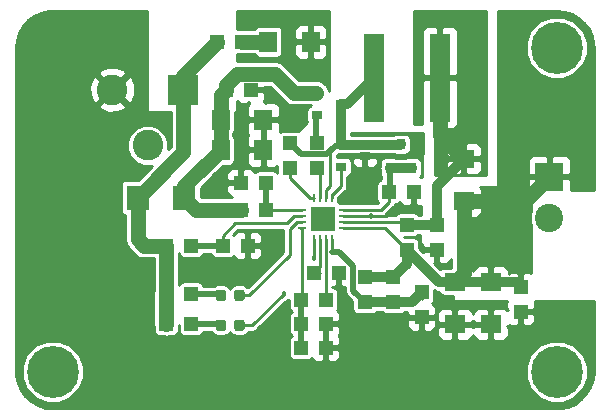
<source format=gbr>
G04 #@! TF.GenerationSoftware,KiCad,Pcbnew,(5.0.1-3-g963ef8bb5)*
G04 #@! TF.CreationDate,2018-11-04T17:21:23-05:00*
G04 #@! TF.ProjectId,Solar LiPo Charger,536F6C6172204C69506F204368617267,1A*
G04 #@! TF.SameCoordinates,Original*
G04 #@! TF.FileFunction,Copper,L1,Top,Signal*
G04 #@! TF.FilePolarity,Positive*
%FSLAX46Y46*%
G04 Gerber Fmt 4.6, Leading zero omitted, Abs format (unit mm)*
G04 Created by KiCad (PCBNEW (5.0.1-3-g963ef8bb5)) date Sunday, November 04, 2018 at 05:21:23 PM*
%MOMM*%
%LPD*%
G01*
G04 APERTURE LIST*
G04 #@! TA.AperFunction,ComponentPad*
%ADD10R,2.600000X2.600000*%
G04 #@! TD*
G04 #@! TA.AperFunction,ComponentPad*
%ADD11C,2.600000*%
G04 #@! TD*
G04 #@! TA.AperFunction,SMDPad,CuDef*
%ADD12R,0.900000X0.800000*%
G04 #@! TD*
G04 #@! TA.AperFunction,SMDPad,CuDef*
%ADD13R,0.800000X0.900000*%
G04 #@! TD*
G04 #@! TA.AperFunction,SMDPad,CuDef*
%ADD14R,1.200000X1.200000*%
G04 #@! TD*
G04 #@! TA.AperFunction,SMDPad,CuDef*
%ADD15R,1.800000X1.500000*%
G04 #@! TD*
G04 #@! TA.AperFunction,SMDPad,CuDef*
%ADD16R,1.500000X1.800000*%
G04 #@! TD*
G04 #@! TA.AperFunction,SMDPad,CuDef*
%ADD17R,1.955800X2.159000*%
G04 #@! TD*
G04 #@! TA.AperFunction,Conductor*
%ADD18C,0.100000*%
G04 #@! TD*
G04 #@! TA.AperFunction,SMDPad,CuDef*
%ADD19C,0.875000*%
G04 #@! TD*
G04 #@! TA.AperFunction,ComponentPad*
%ADD20R,2.400000X2.400000*%
G04 #@! TD*
G04 #@! TA.AperFunction,ComponentPad*
%ADD21C,2.400000*%
G04 #@! TD*
G04 #@! TA.AperFunction,SMDPad,CuDef*
%ADD22R,1.790700X7.493000*%
G04 #@! TD*
G04 #@! TA.AperFunction,SMDPad,CuDef*
%ADD23R,0.800000X0.280000*%
G04 #@! TD*
G04 #@! TA.AperFunction,SMDPad,CuDef*
%ADD24R,0.280000X0.800000*%
G04 #@! TD*
G04 #@! TA.AperFunction,SMDPad,CuDef*
%ADD25R,2.140000X2.140000*%
G04 #@! TD*
G04 #@! TA.AperFunction,ComponentPad*
%ADD26C,4.400000*%
G04 #@! TD*
G04 #@! TA.AperFunction,ViaPad*
%ADD27C,0.457200*%
G04 #@! TD*
G04 #@! TA.AperFunction,Conductor*
%ADD28C,1.270000*%
G04 #@! TD*
G04 #@! TA.AperFunction,Conductor*
%ADD29C,0.254000*%
G04 #@! TD*
G04 #@! TA.AperFunction,Conductor*
%ADD30C,0.508000*%
G04 #@! TD*
G04 #@! TA.AperFunction,Conductor*
%ADD31C,0.812800*%
G04 #@! TD*
G04 APERTURE END LIST*
D10*
G04 #@! TO.P,J1,1*
G04 #@! TO.N,Vsolar*
X118745000Y-74168000D03*
D11*
G04 #@! TO.P,J1,2*
G04 #@! TO.N,GND*
X112745000Y-74168000D03*
G04 #@! TO.P,J1,3*
G04 #@! TO.N,N/C*
X115745000Y-78868000D03*
G04 #@! TD*
D12*
G04 #@! TO.P,Q2,3*
G04 #@! TO.N,GND*
X134130000Y-79756000D03*
G04 #@! TO.P,Q2,2*
G04 #@! TO.N,Net-(Q2-Pad2)*
X132130000Y-80706000D03*
G04 #@! TO.P,Q2,1*
G04 #@! TO.N,BTST*
X132130000Y-78806000D03*
G04 #@! TD*
G04 #@! TO.P,Q1,3*
G04 #@! TO.N,BTST*
X132064000Y-75377000D03*
G04 #@! TO.P,Q1,2*
G04 #@! TO.N,Net-(Q1-Pad2)*
X130064000Y-76327000D03*
G04 #@! TO.P,Q1,1*
G04 #@! TO.N,Net-(C3-Pad1)*
X130064000Y-74427000D03*
G04 #@! TD*
D13*
G04 #@! TO.P,D4,2*
G04 #@! TO.N,Net-(C11-Pad2)*
X136210000Y-80790000D03*
X138110000Y-80790000D03*
G04 #@! TO.P,D4,1*
G04 #@! TO.N,BTST*
X137160000Y-78790000D03*
G04 #@! TD*
D14*
G04 #@! TO.P,C6,1*
G04 #@! TO.N,BTST*
X127762000Y-78672000D03*
G04 #@! TO.P,C6,2*
G04 #@! TO.N,Net-(C6-Pad2)*
X127762000Y-80772000D03*
G04 #@! TD*
D15*
G04 #@! TO.P,C13,2*
G04 #@! TO.N,GND*
X141732000Y-94024000D03*
G04 #@! TO.P,C13,1*
G04 #@! TO.N,SRN*
X141732000Y-90424000D03*
G04 #@! TD*
D16*
G04 #@! TO.P,C1,1*
G04 #@! TO.N,Net-(C1-Pad1)*
X125940000Y-70104000D03*
G04 #@! TO.P,C1,2*
G04 #@! TO.N,GND*
X129540000Y-70104000D03*
G04 #@! TD*
D14*
G04 #@! TO.P,C2,1*
G04 #@! TO.N,Net-(C2-Pad1)*
X125730000Y-82042000D03*
G04 #@! TO.P,C2,2*
G04 #@! TO.N,GND*
X123630000Y-82042000D03*
G04 #@! TD*
G04 #@! TO.P,C3,2*
G04 #@! TO.N,GND*
X124460000Y-74168000D03*
G04 #@! TO.P,C3,1*
G04 #@! TO.N,Net-(C3-Pad1)*
X122360000Y-74168000D03*
G04 #@! TD*
D16*
G04 #@! TO.P,C4,1*
G04 #@! TO.N,Net-(C3-Pad1)*
X121920000Y-76708000D03*
G04 #@! TO.P,C4,2*
G04 #@! TO.N,GND*
X125520000Y-76708000D03*
G04 #@! TD*
G04 #@! TO.P,C5,2*
G04 #@! TO.N,GND*
X125520000Y-79248000D03*
G04 #@! TO.P,C5,1*
G04 #@! TO.N,Net-(C3-Pad1)*
X121920000Y-79248000D03*
G04 #@! TD*
D14*
G04 #@! TO.P,C7,2*
G04 #@! TO.N,GND*
X131894000Y-89662000D03*
G04 #@! TO.P,C7,1*
G04 #@! TO.N,Net-(C7-Pad1)*
X129794000Y-89662000D03*
G04 #@! TD*
G04 #@! TO.P,C8,2*
G04 #@! TO.N,SRN*
X147320000Y-90864000D03*
G04 #@! TO.P,C8,1*
G04 #@! TO.N,GND*
X147320000Y-92964000D03*
G04 #@! TD*
G04 #@! TO.P,C9,1*
G04 #@! TO.N,SRP*
X137668000Y-85598000D03*
G04 #@! TO.P,C9,2*
G04 #@! TO.N,SRN*
X137668000Y-87698000D03*
G04 #@! TD*
G04 #@! TO.P,C10,2*
G04 #@! TO.N,SRP*
X140208000Y-85598000D03*
G04 #@! TO.P,C10,1*
G04 #@! TO.N,GND*
X140208000Y-87698000D03*
G04 #@! TD*
G04 #@! TO.P,C11,1*
G04 #@! TO.N,GND*
X138244000Y-82804000D03*
G04 #@! TO.P,C11,2*
G04 #@! TO.N,Net-(C11-Pad2)*
X136144000Y-82804000D03*
G04 #@! TD*
D15*
G04 #@! TO.P,C12,1*
G04 #@! TO.N,SRN*
X144780000Y-90424000D03*
G04 #@! TO.P,C12,2*
G04 #@! TO.N,GND*
X144780000Y-94024000D03*
G04 #@! TD*
D14*
G04 #@! TO.P,C14,2*
G04 #@! TO.N,VFB*
X134112000Y-92143000D03*
G04 #@! TO.P,C14,1*
G04 #@! TO.N,SRN*
X134112000Y-90043000D03*
G04 #@! TD*
D17*
G04 #@! TO.P,D1,1*
G04 #@! TO.N,Net-(C3-Pad1)*
X118808500Y-83312000D03*
G04 #@! TO.P,D1,2*
G04 #@! TO.N,Vsolar*
X114871500Y-83312000D03*
G04 #@! TD*
D18*
G04 #@! TO.N,Net-(D2-Pad2)*
G04 #@! TO.C,D2*
G36*
X122160191Y-91093053D02*
X122181426Y-91096203D01*
X122202250Y-91101419D01*
X122222462Y-91108651D01*
X122241868Y-91117830D01*
X122260281Y-91128866D01*
X122277524Y-91141654D01*
X122293430Y-91156070D01*
X122307846Y-91171976D01*
X122320634Y-91189219D01*
X122331670Y-91207632D01*
X122340849Y-91227038D01*
X122348081Y-91247250D01*
X122353297Y-91268074D01*
X122356447Y-91289309D01*
X122357500Y-91310750D01*
X122357500Y-91823250D01*
X122356447Y-91844691D01*
X122353297Y-91865926D01*
X122348081Y-91886750D01*
X122340849Y-91906962D01*
X122331670Y-91926368D01*
X122320634Y-91944781D01*
X122307846Y-91962024D01*
X122293430Y-91977930D01*
X122277524Y-91992346D01*
X122260281Y-92005134D01*
X122241868Y-92016170D01*
X122222462Y-92025349D01*
X122202250Y-92032581D01*
X122181426Y-92037797D01*
X122160191Y-92040947D01*
X122138750Y-92042000D01*
X121701250Y-92042000D01*
X121679809Y-92040947D01*
X121658574Y-92037797D01*
X121637750Y-92032581D01*
X121617538Y-92025349D01*
X121598132Y-92016170D01*
X121579719Y-92005134D01*
X121562476Y-91992346D01*
X121546570Y-91977930D01*
X121532154Y-91962024D01*
X121519366Y-91944781D01*
X121508330Y-91926368D01*
X121499151Y-91906962D01*
X121491919Y-91886750D01*
X121486703Y-91865926D01*
X121483553Y-91844691D01*
X121482500Y-91823250D01*
X121482500Y-91310750D01*
X121483553Y-91289309D01*
X121486703Y-91268074D01*
X121491919Y-91247250D01*
X121499151Y-91227038D01*
X121508330Y-91207632D01*
X121519366Y-91189219D01*
X121532154Y-91171976D01*
X121546570Y-91156070D01*
X121562476Y-91141654D01*
X121579719Y-91128866D01*
X121598132Y-91117830D01*
X121617538Y-91108651D01*
X121637750Y-91101419D01*
X121658574Y-91096203D01*
X121679809Y-91093053D01*
X121701250Y-91092000D01*
X122138750Y-91092000D01*
X122160191Y-91093053D01*
X122160191Y-91093053D01*
G37*
D19*
G04 #@! TD*
G04 #@! TO.P,D2,2*
G04 #@! TO.N,Net-(D2-Pad2)*
X121920000Y-91567000D03*
D18*
G04 #@! TO.N,Net-(D2-Pad1)*
G04 #@! TO.C,D2*
G36*
X123735191Y-91093053D02*
X123756426Y-91096203D01*
X123777250Y-91101419D01*
X123797462Y-91108651D01*
X123816868Y-91117830D01*
X123835281Y-91128866D01*
X123852524Y-91141654D01*
X123868430Y-91156070D01*
X123882846Y-91171976D01*
X123895634Y-91189219D01*
X123906670Y-91207632D01*
X123915849Y-91227038D01*
X123923081Y-91247250D01*
X123928297Y-91268074D01*
X123931447Y-91289309D01*
X123932500Y-91310750D01*
X123932500Y-91823250D01*
X123931447Y-91844691D01*
X123928297Y-91865926D01*
X123923081Y-91886750D01*
X123915849Y-91906962D01*
X123906670Y-91926368D01*
X123895634Y-91944781D01*
X123882846Y-91962024D01*
X123868430Y-91977930D01*
X123852524Y-91992346D01*
X123835281Y-92005134D01*
X123816868Y-92016170D01*
X123797462Y-92025349D01*
X123777250Y-92032581D01*
X123756426Y-92037797D01*
X123735191Y-92040947D01*
X123713750Y-92042000D01*
X123276250Y-92042000D01*
X123254809Y-92040947D01*
X123233574Y-92037797D01*
X123212750Y-92032581D01*
X123192538Y-92025349D01*
X123173132Y-92016170D01*
X123154719Y-92005134D01*
X123137476Y-91992346D01*
X123121570Y-91977930D01*
X123107154Y-91962024D01*
X123094366Y-91944781D01*
X123083330Y-91926368D01*
X123074151Y-91906962D01*
X123066919Y-91886750D01*
X123061703Y-91865926D01*
X123058553Y-91844691D01*
X123057500Y-91823250D01*
X123057500Y-91310750D01*
X123058553Y-91289309D01*
X123061703Y-91268074D01*
X123066919Y-91247250D01*
X123074151Y-91227038D01*
X123083330Y-91207632D01*
X123094366Y-91189219D01*
X123107154Y-91171976D01*
X123121570Y-91156070D01*
X123137476Y-91141654D01*
X123154719Y-91128866D01*
X123173132Y-91117830D01*
X123192538Y-91108651D01*
X123212750Y-91101419D01*
X123233574Y-91096203D01*
X123254809Y-91093053D01*
X123276250Y-91092000D01*
X123713750Y-91092000D01*
X123735191Y-91093053D01*
X123735191Y-91093053D01*
G37*
D19*
G04 #@! TD*
G04 #@! TO.P,D2,1*
G04 #@! TO.N,Net-(D2-Pad1)*
X123495000Y-91567000D03*
D18*
G04 #@! TO.N,Net-(D3-Pad1)*
G04 #@! TO.C,D3*
G36*
X123735191Y-93633053D02*
X123756426Y-93636203D01*
X123777250Y-93641419D01*
X123797462Y-93648651D01*
X123816868Y-93657830D01*
X123835281Y-93668866D01*
X123852524Y-93681654D01*
X123868430Y-93696070D01*
X123882846Y-93711976D01*
X123895634Y-93729219D01*
X123906670Y-93747632D01*
X123915849Y-93767038D01*
X123923081Y-93787250D01*
X123928297Y-93808074D01*
X123931447Y-93829309D01*
X123932500Y-93850750D01*
X123932500Y-94363250D01*
X123931447Y-94384691D01*
X123928297Y-94405926D01*
X123923081Y-94426750D01*
X123915849Y-94446962D01*
X123906670Y-94466368D01*
X123895634Y-94484781D01*
X123882846Y-94502024D01*
X123868430Y-94517930D01*
X123852524Y-94532346D01*
X123835281Y-94545134D01*
X123816868Y-94556170D01*
X123797462Y-94565349D01*
X123777250Y-94572581D01*
X123756426Y-94577797D01*
X123735191Y-94580947D01*
X123713750Y-94582000D01*
X123276250Y-94582000D01*
X123254809Y-94580947D01*
X123233574Y-94577797D01*
X123212750Y-94572581D01*
X123192538Y-94565349D01*
X123173132Y-94556170D01*
X123154719Y-94545134D01*
X123137476Y-94532346D01*
X123121570Y-94517930D01*
X123107154Y-94502024D01*
X123094366Y-94484781D01*
X123083330Y-94466368D01*
X123074151Y-94446962D01*
X123066919Y-94426750D01*
X123061703Y-94405926D01*
X123058553Y-94384691D01*
X123057500Y-94363250D01*
X123057500Y-93850750D01*
X123058553Y-93829309D01*
X123061703Y-93808074D01*
X123066919Y-93787250D01*
X123074151Y-93767038D01*
X123083330Y-93747632D01*
X123094366Y-93729219D01*
X123107154Y-93711976D01*
X123121570Y-93696070D01*
X123137476Y-93681654D01*
X123154719Y-93668866D01*
X123173132Y-93657830D01*
X123192538Y-93648651D01*
X123212750Y-93641419D01*
X123233574Y-93636203D01*
X123254809Y-93633053D01*
X123276250Y-93632000D01*
X123713750Y-93632000D01*
X123735191Y-93633053D01*
X123735191Y-93633053D01*
G37*
D19*
G04 #@! TD*
G04 #@! TO.P,D3,1*
G04 #@! TO.N,Net-(D3-Pad1)*
X123495000Y-94107000D03*
D18*
G04 #@! TO.N,Net-(D3-Pad2)*
G04 #@! TO.C,D3*
G36*
X122160191Y-93633053D02*
X122181426Y-93636203D01*
X122202250Y-93641419D01*
X122222462Y-93648651D01*
X122241868Y-93657830D01*
X122260281Y-93668866D01*
X122277524Y-93681654D01*
X122293430Y-93696070D01*
X122307846Y-93711976D01*
X122320634Y-93729219D01*
X122331670Y-93747632D01*
X122340849Y-93767038D01*
X122348081Y-93787250D01*
X122353297Y-93808074D01*
X122356447Y-93829309D01*
X122357500Y-93850750D01*
X122357500Y-94363250D01*
X122356447Y-94384691D01*
X122353297Y-94405926D01*
X122348081Y-94426750D01*
X122340849Y-94446962D01*
X122331670Y-94466368D01*
X122320634Y-94484781D01*
X122307846Y-94502024D01*
X122293430Y-94517930D01*
X122277524Y-94532346D01*
X122260281Y-94545134D01*
X122241868Y-94556170D01*
X122222462Y-94565349D01*
X122202250Y-94572581D01*
X122181426Y-94577797D01*
X122160191Y-94580947D01*
X122138750Y-94582000D01*
X121701250Y-94582000D01*
X121679809Y-94580947D01*
X121658574Y-94577797D01*
X121637750Y-94572581D01*
X121617538Y-94565349D01*
X121598132Y-94556170D01*
X121579719Y-94545134D01*
X121562476Y-94532346D01*
X121546570Y-94517930D01*
X121532154Y-94502024D01*
X121519366Y-94484781D01*
X121508330Y-94466368D01*
X121499151Y-94446962D01*
X121491919Y-94426750D01*
X121486703Y-94405926D01*
X121483553Y-94384691D01*
X121482500Y-94363250D01*
X121482500Y-93850750D01*
X121483553Y-93829309D01*
X121486703Y-93808074D01*
X121491919Y-93787250D01*
X121499151Y-93767038D01*
X121508330Y-93747632D01*
X121519366Y-93729219D01*
X121532154Y-93711976D01*
X121546570Y-93696070D01*
X121562476Y-93681654D01*
X121579719Y-93668866D01*
X121598132Y-93657830D01*
X121617538Y-93648651D01*
X121637750Y-93641419D01*
X121658574Y-93636203D01*
X121679809Y-93633053D01*
X121701250Y-93632000D01*
X122138750Y-93632000D01*
X122160191Y-93633053D01*
X122160191Y-93633053D01*
G37*
D19*
G04 #@! TD*
G04 #@! TO.P,D3,2*
G04 #@! TO.N,Net-(D3-Pad2)*
X121920000Y-94107000D03*
D20*
G04 #@! TO.P,J2,1*
G04 #@! TO.N,SRN*
X149733000Y-81534000D03*
D21*
G04 #@! TO.P,J2,2*
G04 #@! TO.N,GND*
X149733000Y-85034000D03*
G04 #@! TD*
D22*
G04 #@! TO.P,L1,1*
G04 #@! TO.N,BTST*
X134861300Y-73152000D03*
G04 #@! TO.P,L1,2*
G04 #@! TO.N,SRP*
X140462000Y-73152000D03*
G04 #@! TD*
D14*
G04 #@! TO.P,R1,2*
G04 #@! TO.N,Net-(C1-Pad1)*
X123732000Y-70104000D03*
G04 #@! TO.P,R1,1*
G04 #@! TO.N,Vsolar*
X121632000Y-70104000D03*
G04 #@! TD*
G04 #@! TO.P,R2,2*
G04 #@! TO.N,MPPSET*
X119414000Y-87376000D03*
G04 #@! TO.P,R2,1*
G04 #@! TO.N,Vsolar*
X117314000Y-87376000D03*
G04 #@! TD*
G04 #@! TO.P,R3,1*
G04 #@! TO.N,MPPSET*
X122106000Y-87376000D03*
G04 #@! TO.P,R3,2*
G04 #@! TO.N,GND*
X124206000Y-87376000D03*
G04 #@! TD*
G04 #@! TO.P,R4,2*
G04 #@! TO.N,Net-(C2-Pad1)*
X125730000Y-84328000D03*
G04 #@! TO.P,R4,1*
G04 #@! TO.N,Net-(C3-Pad1)*
X123630000Y-84328000D03*
G04 #@! TD*
G04 #@! TO.P,R5,1*
G04 #@! TO.N,Net-(D2-Pad2)*
X119380000Y-91440000D03*
G04 #@! TO.P,R5,2*
G04 #@! TO.N,Vsolar*
X117280000Y-91440000D03*
G04 #@! TD*
G04 #@! TO.P,R6,2*
G04 #@! TO.N,Vsolar*
X117314000Y-93980000D03*
G04 #@! TO.P,R6,1*
G04 #@! TO.N,Net-(D3-Pad2)*
X119414000Y-93980000D03*
G04 #@! TD*
G04 #@! TO.P,R7,2*
G04 #@! TO.N,Net-(R7-Pad2)*
X130048000Y-80772000D03*
G04 #@! TO.P,R7,1*
G04 #@! TO.N,Net-(Q1-Pad2)*
X130048000Y-78672000D03*
G04 #@! TD*
G04 #@! TO.P,R8,1*
G04 #@! TO.N,Net-(R8-Pad1)*
X130810000Y-91948000D03*
G04 #@! TO.P,R8,2*
G04 #@! TO.N,TS*
X128710000Y-91948000D03*
G04 #@! TD*
G04 #@! TO.P,R9,2*
G04 #@! TO.N,GND*
X130810000Y-93980000D03*
G04 #@! TO.P,R9,1*
G04 #@! TO.N,TS*
X128710000Y-93980000D03*
G04 #@! TD*
G04 #@! TO.P,R10,1*
G04 #@! TO.N,TS*
X128710000Y-96012000D03*
G04 #@! TO.P,R10,2*
G04 #@! TO.N,GND*
X130810000Y-96012000D03*
G04 #@! TD*
D15*
G04 #@! TO.P,R11,2*
G04 #@! TO.N,SRP*
X142494000Y-80010000D03*
G04 #@! TO.P,R11,1*
G04 #@! TO.N,SRN*
X142494000Y-83610000D03*
G04 #@! TD*
D14*
G04 #@! TO.P,R12,1*
G04 #@! TO.N,SRN*
X136525000Y-90043000D03*
G04 #@! TO.P,R12,2*
G04 #@! TO.N,VFB*
X136525000Y-92143000D03*
G04 #@! TD*
G04 #@! TO.P,R13,1*
G04 #@! TO.N,VFB*
X138938000Y-91313000D03*
G04 #@! TO.P,R13,2*
G04 #@! TO.N,GND*
X138938000Y-93413000D03*
G04 #@! TD*
D23*
G04 #@! TO.P,U1,1*
G04 #@! TO.N,Net-(C2-Pad1)*
X128805998Y-84339999D03*
G04 #@! TO.P,U1,2*
G04 #@! TO.N,MPPSET*
X128805998Y-84840000D03*
G04 #@! TO.P,U1,3*
G04 #@! TO.N,Net-(D2-Pad1)*
X128805998Y-85340000D03*
G04 #@! TO.P,U1,4*
G04 #@! TO.N,TS*
X128805998Y-85840001D03*
D24*
G04 #@! TO.P,U1,5*
G04 #@! TO.N,Net-(D3-Pad1)*
X129805811Y-86840002D03*
G04 #@! TO.P,U1,6*
G04 #@! TO.N,Net-(C7-Pad1)*
X130305937Y-86840002D03*
G04 #@! TO.P,U1,7*
G04 #@! TO.N,Net-(R8-Pad1)*
X130806063Y-86840002D03*
G04 #@! TO.P,U1,8*
G04 #@! TO.N,VFB*
X131306189Y-86840002D03*
D23*
G04 #@! TO.P,U1,9*
G04 #@! TO.N,SRN*
X132306002Y-85840001D03*
G04 #@! TO.P,U1,10*
G04 #@! TO.N,SRP*
X132306002Y-85340000D03*
G04 #@! TO.P,U1,11*
G04 #@! TO.N,GND*
X132306002Y-84840000D03*
G04 #@! TO.P,U1,12*
G04 #@! TO.N,Net-(C11-Pad2)*
X132306002Y-84339999D03*
D24*
G04 #@! TO.P,U1,13*
G04 #@! TO.N,Net-(Q2-Pad2)*
X131306189Y-83339998D03*
G04 #@! TO.P,U1,14*
G04 #@! TO.N,BTST*
X130806063Y-83339998D03*
G04 #@! TO.P,U1,15*
G04 #@! TO.N,Net-(R7-Pad2)*
X130305937Y-83339998D03*
G04 #@! TO.P,U1,16*
G04 #@! TO.N,Net-(C6-Pad2)*
X129805811Y-83339998D03*
D25*
G04 #@! TO.P,U1,17*
G04 #@! TO.N,N/C*
X130556000Y-85090000D03*
G04 #@! TD*
D26*
G04 #@! TO.P,MT3,1*
G04 #@! TO.N,N/C*
X150368000Y-70612000D03*
G04 #@! TD*
G04 #@! TO.P,MT2,1*
G04 #@! TO.N,N/C*
X150368000Y-98044000D03*
G04 #@! TD*
G04 #@! TO.P,MT1,1*
G04 #@! TO.N,N/C*
X107696000Y-98044000D03*
G04 #@! TD*
D27*
G04 #@! TO.N,GND*
X125984000Y-86614000D03*
X121666000Y-82296000D03*
X140208000Y-88900000D03*
X133858000Y-82804000D03*
X134620000Y-84836000D03*
X127889000Y-76454000D03*
X129540000Y-72517000D03*
G04 #@! TO.N,Net-(D3-Pad1)*
X129794000Y-88392000D03*
X127254000Y-91440000D03*
G04 #@! TD*
D28*
G04 #@! TO.N,Net-(C1-Pad1)*
X123732000Y-70104000D02*
X125940000Y-70104000D01*
D29*
G04 #@! TO.N,GND*
X134616000Y-84840000D02*
X134620000Y-84836000D01*
X132306002Y-84840000D02*
X134616000Y-84840000D01*
X134616000Y-84840000D02*
X135886000Y-84840000D01*
X135886000Y-84840000D02*
X136398000Y-84328000D01*
X138244000Y-83658000D02*
X138244000Y-82804000D01*
X137574000Y-84328000D02*
X138244000Y-83658000D01*
X136398000Y-84328000D02*
X137574000Y-84328000D01*
X134620000Y-84836000D02*
X134620000Y-84836000D01*
G04 #@! TO.N,Net-(C2-Pad1)*
X125741999Y-84339999D02*
X125730000Y-84328000D01*
X128805998Y-84339999D02*
X125741999Y-84339999D01*
D30*
X125730000Y-84328000D02*
X125730000Y-82042000D01*
D28*
G04 #@! TO.N,Net-(C3-Pad1)*
X121920000Y-79248000D02*
X121920000Y-76708000D01*
X121920000Y-74608000D02*
X122360000Y-74168000D01*
X121920000Y-76708000D02*
X121920000Y-74608000D01*
X118808500Y-82359500D02*
X121920000Y-79248000D01*
X118808500Y-83312000D02*
X118808500Y-82359500D01*
D30*
X118808500Y-83312000D02*
X118808500Y-83413600D01*
D28*
X119824500Y-84328000D02*
X118808500Y-83312000D01*
X123630000Y-84328000D02*
X119824500Y-84328000D01*
X128094000Y-74427000D02*
X130014000Y-74427000D01*
X126498399Y-72831399D02*
X128094000Y-74427000D01*
X123270719Y-72831399D02*
X126498399Y-72831399D01*
X122360000Y-73742118D02*
X123270719Y-72831399D01*
X122360000Y-74168000D02*
X122360000Y-73742118D01*
D30*
G04 #@! TO.N,BTST*
X131730000Y-78806000D02*
X132080000Y-78806000D01*
X127762000Y-78672000D02*
X128717601Y-79627601D01*
X132080000Y-75411000D02*
X132114000Y-75377000D01*
D29*
X131201399Y-79334601D02*
X131318000Y-79218000D01*
X131201399Y-82290662D02*
X131201399Y-79334601D01*
X130806063Y-83339998D02*
X130806063Y-82685998D01*
D30*
X131318000Y-79218000D02*
X131730000Y-78806000D01*
D29*
X130806063Y-82685998D02*
X131201399Y-82290662D01*
D30*
X130908399Y-79627601D02*
X131318000Y-79218000D01*
X128717601Y-79627601D02*
X130908399Y-79627601D01*
X132146000Y-78740000D02*
X132080000Y-78806000D01*
D31*
X132636300Y-75377000D02*
X134861300Y-73152000D01*
X132114000Y-75377000D02*
X132636300Y-75377000D01*
X132114000Y-78772000D02*
X132080000Y-78806000D01*
X132114000Y-75377000D02*
X132114000Y-78772000D01*
X137094000Y-78806000D02*
X137160000Y-78740000D01*
X132080000Y-78806000D02*
X137094000Y-78806000D01*
D29*
G04 #@! TO.N,Net-(C6-Pad2)*
X129475998Y-83339998D02*
X129805811Y-83339998D01*
X127762000Y-81626000D02*
X129475998Y-83339998D01*
X127762000Y-80772000D02*
X127762000Y-81626000D01*
G04 #@! TO.N,Net-(C7-Pad1)*
X130305937Y-89658063D02*
X130048000Y-89916000D01*
X130305937Y-89150063D02*
X129794000Y-89662000D01*
X130305937Y-86840002D02*
X130305937Y-89150063D01*
G04 #@! TO.N,SRN*
X132566002Y-85840001D02*
X132306002Y-85840001D01*
X135810001Y-85840001D02*
X137668000Y-87698000D01*
X132306002Y-85840001D02*
X135810001Y-85840001D01*
D28*
X147657000Y-83610000D02*
X149733000Y-81534000D01*
X142494000Y-83610000D02*
X147657000Y-83610000D01*
X142494000Y-89662000D02*
X141732000Y-90424000D01*
X142494000Y-83610000D02*
X142494000Y-89662000D01*
D30*
X137668000Y-87698000D02*
X137668000Y-87768000D01*
D31*
X137668000Y-88900000D02*
X136525000Y-90043000D01*
X137668000Y-87698000D02*
X137668000Y-88900000D01*
X140394000Y-90424000D02*
X141732000Y-90424000D01*
X137668000Y-87698000D02*
X140394000Y-90424000D01*
X141732000Y-90424000D02*
X144780000Y-90424000D01*
X146880000Y-90424000D02*
X147320000Y-90864000D01*
X144780000Y-90424000D02*
X146880000Y-90424000D01*
X134112000Y-90043000D02*
X136525000Y-90043000D01*
D29*
G04 #@! TO.N,SRP*
X137410000Y-85340000D02*
X137668000Y-85598000D01*
X132306002Y-85340000D02*
X137410000Y-85340000D01*
D28*
X140462000Y-77978000D02*
X142494000Y-80010000D01*
X140462000Y-73152000D02*
X140462000Y-77978000D01*
D31*
X140208000Y-82296000D02*
X142494000Y-80010000D01*
X140208000Y-85598000D02*
X140208000Y-82296000D01*
X140208000Y-85598000D02*
X137668000Y-85598000D01*
D29*
G04 #@! TO.N,Net-(C11-Pad2)*
X136144000Y-83658000D02*
X136144000Y-82804000D01*
X135462001Y-84339999D02*
X136144000Y-83658000D01*
X132306002Y-84339999D02*
X135462001Y-84339999D01*
X136144000Y-80906000D02*
X136210000Y-80840000D01*
D30*
X136210000Y-82738000D02*
X136144000Y-82804000D01*
X136210000Y-80840000D02*
X136210000Y-82738000D01*
D31*
X136210000Y-80790000D02*
X138110000Y-80790000D01*
D29*
G04 #@! TO.N,VFB*
X138938000Y-91854000D02*
X138938000Y-91313000D01*
X131306189Y-86840002D02*
X131306189Y-87100002D01*
D30*
X133156399Y-91187399D02*
X134112000Y-92143000D01*
X132718082Y-88646000D02*
X133156399Y-89084317D01*
X133156399Y-89084317D02*
X133156399Y-91187399D01*
D29*
X131306189Y-86840002D02*
X131306189Y-87872189D01*
D30*
X131944271Y-87872189D02*
X133156399Y-89084317D01*
X131306189Y-87872189D02*
X131944271Y-87872189D01*
D31*
X136525000Y-92143000D02*
X134112000Y-92143000D01*
X138108000Y-92143000D02*
X138938000Y-91313000D01*
X136525000Y-92143000D02*
X138108000Y-92143000D01*
D28*
G04 #@! TO.N,Vsolar*
X118745000Y-79438500D02*
X114871500Y-83312000D01*
X118745000Y-74168000D02*
X118745000Y-79438500D01*
X115444000Y-87376000D02*
X117314000Y-87376000D01*
X114871500Y-86803500D02*
X115444000Y-87376000D01*
X114871500Y-83312000D02*
X114871500Y-86803500D01*
X118745000Y-72991000D02*
X121632000Y-70104000D01*
X118745000Y-74168000D02*
X118745000Y-72991000D01*
X117314000Y-91406000D02*
X117280000Y-91440000D01*
X117314000Y-87376000D02*
X117314000Y-91406000D01*
X117280000Y-93946000D02*
X117314000Y-93980000D01*
X117280000Y-91440000D02*
X117280000Y-93946000D01*
D30*
G04 #@! TO.N,Net-(D2-Pad2)*
X121793000Y-91440000D02*
X121920000Y-91567000D01*
X119380000Y-91440000D02*
X121793000Y-91440000D01*
D29*
G04 #@! TO.N,Net-(D2-Pad1)*
X123495000Y-91567000D02*
X124333000Y-91567000D01*
X124333000Y-91567000D02*
X127762000Y-88138000D01*
X127762000Y-85932517D02*
X127762000Y-88138000D01*
X128354517Y-85340000D02*
X127762000Y-85932517D01*
X128805998Y-85340000D02*
X128354517Y-85340000D01*
G04 #@! TO.N,Net-(D3-Pad1)*
X129794000Y-86851813D02*
X129805811Y-86840002D01*
X129794000Y-88392000D02*
X129794000Y-86851813D01*
X124587000Y-94107000D02*
X127254000Y-91440000D01*
X123495000Y-94107000D02*
X124587000Y-94107000D01*
D30*
G04 #@! TO.N,Net-(D3-Pad2)*
X121793000Y-93980000D02*
X121920000Y-94107000D01*
X119414000Y-93980000D02*
X121793000Y-93980000D01*
G04 #@! TO.N,Net-(Q1-Pad2)*
X130014000Y-78638000D02*
X130048000Y-78672000D01*
X130014000Y-76327000D02*
X130014000Y-78638000D01*
D29*
G04 #@! TO.N,Net-(Q2-Pad2)*
X132080000Y-81260000D02*
X132080000Y-80706000D01*
X132080000Y-82306187D02*
X132080000Y-81260000D01*
X131306189Y-83079998D02*
X132080000Y-82306187D01*
X131306189Y-83339998D02*
X131306189Y-83079998D01*
D30*
G04 #@! TO.N,MPPSET*
X119414000Y-87376000D02*
X122106000Y-87376000D01*
D29*
X128151998Y-84840000D02*
X128805998Y-84840000D01*
X127523397Y-85468601D02*
X128151998Y-84840000D01*
X123159399Y-85468601D02*
X127523397Y-85468601D01*
X122106000Y-86522000D02*
X123159399Y-85468601D01*
X122106000Y-87376000D02*
X122106000Y-86522000D01*
G04 #@! TO.N,Net-(R7-Pad2)*
X130305937Y-81029937D02*
X130048000Y-80772000D01*
X130305937Y-83339998D02*
X130305937Y-81029937D01*
G04 #@! TO.N,Net-(R8-Pad1)*
X130806063Y-91944063D02*
X130810000Y-91948000D01*
X130806063Y-86840002D02*
X130806063Y-91944063D01*
G04 #@! TO.N,TS*
X128710000Y-85935999D02*
X128805998Y-85840001D01*
D30*
X128710000Y-96012000D02*
X128710000Y-93980000D01*
X128710000Y-93980000D02*
X128710000Y-91948000D01*
D29*
X128805998Y-91852002D02*
X128710000Y-91948000D01*
X128805998Y-85840001D02*
X128805998Y-91852002D01*
G04 #@! TD*
G04 #@! TO.N,GND*
G36*
X115697000Y-75946000D02*
X115706667Y-75994601D01*
X115734197Y-76035803D01*
X115775399Y-76063333D01*
X115824000Y-76073000D01*
X117678200Y-76073000D01*
X117678201Y-78996616D01*
X117476800Y-79198017D01*
X117476800Y-78523524D01*
X117213149Y-77887014D01*
X116725986Y-77399851D01*
X116089476Y-77136200D01*
X115400524Y-77136200D01*
X114764014Y-77399851D01*
X114276851Y-77887014D01*
X114013200Y-78523524D01*
X114013200Y-79212476D01*
X114276851Y-79848986D01*
X114764014Y-80336149D01*
X115400524Y-80599800D01*
X116075017Y-80599800D01*
X114882577Y-81792241D01*
X113893600Y-81792241D01*
X113725120Y-81825754D01*
X113582290Y-81921190D01*
X113486854Y-82064020D01*
X113453341Y-82232500D01*
X113453341Y-84391500D01*
X113486854Y-84559980D01*
X113582290Y-84702810D01*
X113725120Y-84798246D01*
X113804700Y-84814076D01*
X113804701Y-86698434D01*
X113783802Y-86803500D01*
X113866598Y-87219744D01*
X114042866Y-87483548D01*
X114042868Y-87483550D01*
X114102382Y-87572619D01*
X114191451Y-87632133D01*
X114615365Y-88056047D01*
X114674881Y-88145119D01*
X115027756Y-88380903D01*
X115338934Y-88442800D01*
X115338938Y-88442800D01*
X115443999Y-88463698D01*
X115549061Y-88442800D01*
X116247200Y-88442800D01*
X116247201Y-90802497D01*
X116239741Y-90840000D01*
X116239741Y-91201504D01*
X116213200Y-91334935D01*
X116213200Y-91334939D01*
X116192302Y-91440000D01*
X116213200Y-91545062D01*
X116213201Y-93840934D01*
X116192302Y-93946000D01*
X116273741Y-94355422D01*
X116273741Y-94580000D01*
X116307254Y-94748480D01*
X116402690Y-94891310D01*
X116545520Y-94986746D01*
X116714000Y-95020259D01*
X117075507Y-95020259D01*
X117313999Y-95067698D01*
X117552492Y-95020259D01*
X117914000Y-95020259D01*
X118082480Y-94986746D01*
X118225310Y-94891310D01*
X118320746Y-94748480D01*
X118354259Y-94580000D01*
X118354259Y-94218492D01*
X118373741Y-94120549D01*
X118373741Y-94580000D01*
X118407254Y-94748480D01*
X118502690Y-94891310D01*
X118645520Y-94986746D01*
X118814000Y-95020259D01*
X120014000Y-95020259D01*
X120182480Y-94986746D01*
X120325310Y-94891310D01*
X120420746Y-94748480D01*
X120437192Y-94665800D01*
X121126053Y-94665800D01*
X121235260Y-94829240D01*
X121449058Y-94972095D01*
X121701250Y-95022259D01*
X122138750Y-95022259D01*
X122390942Y-94972095D01*
X122604740Y-94829240D01*
X122707500Y-94675449D01*
X122810260Y-94829240D01*
X123024058Y-94972095D01*
X123276250Y-95022259D01*
X123713750Y-95022259D01*
X123965942Y-94972095D01*
X124179740Y-94829240D01*
X124288947Y-94665800D01*
X124531965Y-94665800D01*
X124587000Y-94676747D01*
X124642035Y-94665800D01*
X124805033Y-94633378D01*
X124989872Y-94509872D01*
X125021050Y-94463211D01*
X127383863Y-92100400D01*
X127385362Y-92100400D01*
X127628087Y-91999860D01*
X127669741Y-91958206D01*
X127669741Y-92548000D01*
X127703254Y-92716480D01*
X127798690Y-92859310D01*
X127941520Y-92954746D01*
X127988043Y-92964000D01*
X127941520Y-92973254D01*
X127798690Y-93068690D01*
X127703254Y-93211520D01*
X127669741Y-93380000D01*
X127669741Y-94580000D01*
X127703254Y-94748480D01*
X127798690Y-94891310D01*
X127941520Y-94986746D01*
X127988043Y-94996000D01*
X127941520Y-95005254D01*
X127798690Y-95100690D01*
X127703254Y-95243520D01*
X127669741Y-95412000D01*
X127669741Y-96612000D01*
X127703254Y-96780480D01*
X127798690Y-96923310D01*
X127941520Y-97018746D01*
X128110000Y-97052259D01*
X129310000Y-97052259D01*
X129478480Y-97018746D01*
X129621310Y-96923310D01*
X129640027Y-96895298D01*
X129671673Y-96971699D01*
X129850302Y-97150327D01*
X130083691Y-97247000D01*
X130524250Y-97247000D01*
X130683000Y-97088250D01*
X130683000Y-96139000D01*
X130937000Y-96139000D01*
X130937000Y-97088250D01*
X131095750Y-97247000D01*
X131536309Y-97247000D01*
X131769698Y-97150327D01*
X131948327Y-96971699D01*
X132045000Y-96738310D01*
X132045000Y-96297750D01*
X131886250Y-96139000D01*
X130937000Y-96139000D01*
X130683000Y-96139000D01*
X130663000Y-96139000D01*
X130663000Y-95885000D01*
X130683000Y-95885000D01*
X130683000Y-94107000D01*
X130937000Y-94107000D01*
X130937000Y-95885000D01*
X131886250Y-95885000D01*
X132045000Y-95726250D01*
X132045000Y-95285690D01*
X131948327Y-95052301D01*
X131892026Y-94996000D01*
X131948327Y-94939699D01*
X132045000Y-94706310D01*
X132045000Y-94265750D01*
X131886250Y-94107000D01*
X130937000Y-94107000D01*
X130683000Y-94107000D01*
X130663000Y-94107000D01*
X130663000Y-93853000D01*
X130683000Y-93853000D01*
X130683000Y-93833000D01*
X130937000Y-93833000D01*
X130937000Y-93853000D01*
X131886250Y-93853000D01*
X132040500Y-93698750D01*
X137703000Y-93698750D01*
X137703000Y-94139309D01*
X137799673Y-94372698D01*
X137978301Y-94551327D01*
X138211690Y-94648000D01*
X138652250Y-94648000D01*
X138811000Y-94489250D01*
X138811000Y-93540000D01*
X139065000Y-93540000D01*
X139065000Y-94489250D01*
X139223750Y-94648000D01*
X139664310Y-94648000D01*
X139897699Y-94551327D01*
X140076327Y-94372698D01*
X140102400Y-94309750D01*
X140197000Y-94309750D01*
X140197000Y-94900309D01*
X140293673Y-95133698D01*
X140472301Y-95312327D01*
X140705690Y-95409000D01*
X141446250Y-95409000D01*
X141605000Y-95250250D01*
X141605000Y-94151000D01*
X141859000Y-94151000D01*
X141859000Y-95250250D01*
X142017750Y-95409000D01*
X142758310Y-95409000D01*
X142991699Y-95312327D01*
X143170327Y-95133698D01*
X143256000Y-94926865D01*
X143341673Y-95133698D01*
X143520301Y-95312327D01*
X143753690Y-95409000D01*
X144494250Y-95409000D01*
X144653000Y-95250250D01*
X144653000Y-94151000D01*
X143403750Y-94151000D01*
X143256000Y-94298750D01*
X143108250Y-94151000D01*
X141859000Y-94151000D01*
X141605000Y-94151000D01*
X140355750Y-94151000D01*
X140197000Y-94309750D01*
X140102400Y-94309750D01*
X140173000Y-94139309D01*
X140173000Y-93698750D01*
X140014250Y-93540000D01*
X139065000Y-93540000D01*
X138811000Y-93540000D01*
X137861750Y-93540000D01*
X137703000Y-93698750D01*
X132040500Y-93698750D01*
X132045000Y-93694250D01*
X132045000Y-93253690D01*
X131948327Y-93020301D01*
X131769698Y-92841673D01*
X131741029Y-92829798D01*
X131816746Y-92716480D01*
X131850259Y-92548000D01*
X131850259Y-91348000D01*
X131816746Y-91179520D01*
X131721310Y-91036690D01*
X131578480Y-90941254D01*
X131410000Y-90907741D01*
X131364863Y-90907741D01*
X131364863Y-90897000D01*
X131608250Y-90897000D01*
X131767000Y-90738250D01*
X131767000Y-89789000D01*
X131747000Y-89789000D01*
X131747000Y-89535000D01*
X131767000Y-89535000D01*
X131767000Y-89515000D01*
X132021000Y-89515000D01*
X132021000Y-89535000D01*
X132041000Y-89535000D01*
X132041000Y-89789000D01*
X132021000Y-89789000D01*
X132021000Y-90738250D01*
X132179750Y-90897000D01*
X132470600Y-90897000D01*
X132470600Y-91119852D01*
X132457164Y-91187399D01*
X132510390Y-91454984D01*
X132547162Y-91510017D01*
X132661966Y-91681833D01*
X132719228Y-91720094D01*
X133071741Y-92072608D01*
X133071741Y-92743000D01*
X133105254Y-92911480D01*
X133200690Y-93054310D01*
X133343520Y-93149746D01*
X133512000Y-93183259D01*
X134712000Y-93183259D01*
X134880480Y-93149746D01*
X135023310Y-93054310D01*
X135072161Y-92981200D01*
X135564839Y-92981200D01*
X135613690Y-93054310D01*
X135756520Y-93149746D01*
X135925000Y-93183259D01*
X137125000Y-93183259D01*
X137293480Y-93149746D01*
X137436310Y-93054310D01*
X137485161Y-92981200D01*
X137703000Y-92981200D01*
X137703000Y-93127250D01*
X137861750Y-93286000D01*
X138811000Y-93286000D01*
X138811000Y-93266000D01*
X139065000Y-93266000D01*
X139065000Y-93286000D01*
X140014250Y-93286000D01*
X140152559Y-93147691D01*
X140197000Y-93147691D01*
X140197000Y-93738250D01*
X140355750Y-93897000D01*
X141605000Y-93897000D01*
X141605000Y-92797750D01*
X141859000Y-92797750D01*
X141859000Y-93897000D01*
X143108250Y-93897000D01*
X143256000Y-93749250D01*
X143403750Y-93897000D01*
X144653000Y-93897000D01*
X144653000Y-92797750D01*
X144494250Y-92639000D01*
X143753690Y-92639000D01*
X143520301Y-92735673D01*
X143341673Y-92914302D01*
X143256000Y-93121135D01*
X143170327Y-92914302D01*
X142991699Y-92735673D01*
X142758310Y-92639000D01*
X142017750Y-92639000D01*
X141859000Y-92797750D01*
X141605000Y-92797750D01*
X141446250Y-92639000D01*
X140705690Y-92639000D01*
X140472301Y-92735673D01*
X140293673Y-92914302D01*
X140197000Y-93147691D01*
X140152559Y-93147691D01*
X140173000Y-93127250D01*
X140173000Y-92686691D01*
X140076327Y-92453302D01*
X139897699Y-92274673D01*
X139821298Y-92243027D01*
X139849310Y-92224310D01*
X139944746Y-92081480D01*
X139978259Y-91913000D01*
X139978259Y-91154305D01*
X140066951Y-91213567D01*
X140311446Y-91262200D01*
X140311450Y-91262200D01*
X140393999Y-91278620D01*
X140411845Y-91275070D01*
X140425254Y-91342480D01*
X140520690Y-91485310D01*
X140663520Y-91580746D01*
X140832000Y-91614259D01*
X141605000Y-91614259D01*
X141605000Y-91948000D01*
X141614667Y-91996601D01*
X141642197Y-92037803D01*
X141683399Y-92065333D01*
X141732000Y-92075000D01*
X146152389Y-92075000D01*
X146085000Y-92237691D01*
X146085000Y-92678250D01*
X146243748Y-92836998D01*
X146141023Y-92836998D01*
X146039699Y-92735673D01*
X145806310Y-92639000D01*
X145065750Y-92639000D01*
X144907000Y-92797750D01*
X144907000Y-93897000D01*
X144927000Y-93897000D01*
X144927000Y-94151000D01*
X144907000Y-94151000D01*
X144907000Y-95250250D01*
X145065750Y-95409000D01*
X145806310Y-95409000D01*
X146039699Y-95312327D01*
X146218327Y-95133698D01*
X146315000Y-94900309D01*
X146315000Y-94309750D01*
X146156252Y-94151002D01*
X146315000Y-94151002D01*
X146315000Y-94057026D01*
X146360301Y-94102327D01*
X146593690Y-94199000D01*
X147034250Y-94199000D01*
X147193000Y-94040250D01*
X147193000Y-93091000D01*
X147447000Y-93091000D01*
X147447000Y-94040250D01*
X147605750Y-94199000D01*
X148046310Y-94199000D01*
X148279699Y-94102327D01*
X148458327Y-93923698D01*
X148555000Y-93690309D01*
X148555000Y-93249750D01*
X148396250Y-93091000D01*
X147447000Y-93091000D01*
X147193000Y-93091000D01*
X147173000Y-93091000D01*
X147173000Y-92837000D01*
X147193000Y-92837000D01*
X147193000Y-92817000D01*
X147447000Y-92817000D01*
X147447000Y-92837000D01*
X148396250Y-92837000D01*
X148555000Y-92678250D01*
X148555000Y-92237691D01*
X148487611Y-92075000D01*
X153479501Y-92075000D01*
X153479501Y-98019854D01*
X153409274Y-98689646D01*
X153208577Y-99307852D01*
X152883735Y-99870822D01*
X152448942Y-100353953D01*
X151923199Y-100736128D01*
X151329493Y-101000643D01*
X150682313Y-101138375D01*
X150356329Y-101155500D01*
X107719295Y-101155500D01*
X107049593Y-101085112D01*
X106431434Y-100884260D01*
X105868546Y-100559275D01*
X105385524Y-100124361D01*
X105003482Y-99598524D01*
X104739117Y-99004750D01*
X104601540Y-98357503D01*
X104584500Y-98032357D01*
X104584500Y-97520502D01*
X105064200Y-97520502D01*
X105064200Y-98567498D01*
X105464868Y-99534795D01*
X106205205Y-100275132D01*
X107172502Y-100675800D01*
X108219498Y-100675800D01*
X109186795Y-100275132D01*
X109927132Y-99534795D01*
X110327800Y-98567498D01*
X110327800Y-97520502D01*
X147736200Y-97520502D01*
X147736200Y-98567498D01*
X148136868Y-99534795D01*
X148877205Y-100275132D01*
X149844502Y-100675800D01*
X150891498Y-100675800D01*
X151858795Y-100275132D01*
X152599132Y-99534795D01*
X152999800Y-98567498D01*
X152999800Y-97520502D01*
X152599132Y-96553205D01*
X151858795Y-95812868D01*
X150891498Y-95412200D01*
X149844502Y-95412200D01*
X148877205Y-95812868D01*
X148136868Y-96553205D01*
X147736200Y-97520502D01*
X110327800Y-97520502D01*
X109927132Y-96553205D01*
X109186795Y-95812868D01*
X108219498Y-95412200D01*
X107172502Y-95412200D01*
X106205205Y-95812868D01*
X105464868Y-96553205D01*
X105064200Y-97520502D01*
X104584500Y-97520502D01*
X104584500Y-75537459D01*
X111555146Y-75537459D01*
X111690504Y-75835455D01*
X112408880Y-76112066D01*
X113178427Y-76092710D01*
X113799496Y-75835455D01*
X113934854Y-75537459D01*
X112745000Y-74347605D01*
X111555146Y-75537459D01*
X104584500Y-75537459D01*
X104584500Y-73831880D01*
X110800934Y-73831880D01*
X110820290Y-74601427D01*
X111077545Y-75222496D01*
X111375541Y-75357854D01*
X112565395Y-74168000D01*
X112924605Y-74168000D01*
X114114459Y-75357854D01*
X114412455Y-75222496D01*
X114689066Y-74504120D01*
X114669710Y-73734573D01*
X114412455Y-73113504D01*
X114114459Y-72978146D01*
X112924605Y-74168000D01*
X112565395Y-74168000D01*
X111375541Y-72978146D01*
X111077545Y-73113504D01*
X110800934Y-73831880D01*
X104584500Y-73831880D01*
X104584500Y-72798541D01*
X111555146Y-72798541D01*
X112745000Y-73988395D01*
X113934854Y-72798541D01*
X113799496Y-72500545D01*
X113081120Y-72223934D01*
X112311573Y-72243290D01*
X111690504Y-72500545D01*
X111555146Y-72798541D01*
X104584500Y-72798541D01*
X104584500Y-70635296D01*
X104654888Y-69965594D01*
X104855741Y-69347433D01*
X105180722Y-68784548D01*
X105615639Y-68301525D01*
X106141473Y-67919483D01*
X106735249Y-67655117D01*
X107382496Y-67517540D01*
X107707642Y-67500500D01*
X115697000Y-67500500D01*
X115697000Y-75946000D01*
X115697000Y-75946000D01*
G37*
X115697000Y-75946000D02*
X115706667Y-75994601D01*
X115734197Y-76035803D01*
X115775399Y-76063333D01*
X115824000Y-76073000D01*
X117678200Y-76073000D01*
X117678201Y-78996616D01*
X117476800Y-79198017D01*
X117476800Y-78523524D01*
X117213149Y-77887014D01*
X116725986Y-77399851D01*
X116089476Y-77136200D01*
X115400524Y-77136200D01*
X114764014Y-77399851D01*
X114276851Y-77887014D01*
X114013200Y-78523524D01*
X114013200Y-79212476D01*
X114276851Y-79848986D01*
X114764014Y-80336149D01*
X115400524Y-80599800D01*
X116075017Y-80599800D01*
X114882577Y-81792241D01*
X113893600Y-81792241D01*
X113725120Y-81825754D01*
X113582290Y-81921190D01*
X113486854Y-82064020D01*
X113453341Y-82232500D01*
X113453341Y-84391500D01*
X113486854Y-84559980D01*
X113582290Y-84702810D01*
X113725120Y-84798246D01*
X113804700Y-84814076D01*
X113804701Y-86698434D01*
X113783802Y-86803500D01*
X113866598Y-87219744D01*
X114042866Y-87483548D01*
X114042868Y-87483550D01*
X114102382Y-87572619D01*
X114191451Y-87632133D01*
X114615365Y-88056047D01*
X114674881Y-88145119D01*
X115027756Y-88380903D01*
X115338934Y-88442800D01*
X115338938Y-88442800D01*
X115443999Y-88463698D01*
X115549061Y-88442800D01*
X116247200Y-88442800D01*
X116247201Y-90802497D01*
X116239741Y-90840000D01*
X116239741Y-91201504D01*
X116213200Y-91334935D01*
X116213200Y-91334939D01*
X116192302Y-91440000D01*
X116213200Y-91545062D01*
X116213201Y-93840934D01*
X116192302Y-93946000D01*
X116273741Y-94355422D01*
X116273741Y-94580000D01*
X116307254Y-94748480D01*
X116402690Y-94891310D01*
X116545520Y-94986746D01*
X116714000Y-95020259D01*
X117075507Y-95020259D01*
X117313999Y-95067698D01*
X117552492Y-95020259D01*
X117914000Y-95020259D01*
X118082480Y-94986746D01*
X118225310Y-94891310D01*
X118320746Y-94748480D01*
X118354259Y-94580000D01*
X118354259Y-94218492D01*
X118373741Y-94120549D01*
X118373741Y-94580000D01*
X118407254Y-94748480D01*
X118502690Y-94891310D01*
X118645520Y-94986746D01*
X118814000Y-95020259D01*
X120014000Y-95020259D01*
X120182480Y-94986746D01*
X120325310Y-94891310D01*
X120420746Y-94748480D01*
X120437192Y-94665800D01*
X121126053Y-94665800D01*
X121235260Y-94829240D01*
X121449058Y-94972095D01*
X121701250Y-95022259D01*
X122138750Y-95022259D01*
X122390942Y-94972095D01*
X122604740Y-94829240D01*
X122707500Y-94675449D01*
X122810260Y-94829240D01*
X123024058Y-94972095D01*
X123276250Y-95022259D01*
X123713750Y-95022259D01*
X123965942Y-94972095D01*
X124179740Y-94829240D01*
X124288947Y-94665800D01*
X124531965Y-94665800D01*
X124587000Y-94676747D01*
X124642035Y-94665800D01*
X124805033Y-94633378D01*
X124989872Y-94509872D01*
X125021050Y-94463211D01*
X127383863Y-92100400D01*
X127385362Y-92100400D01*
X127628087Y-91999860D01*
X127669741Y-91958206D01*
X127669741Y-92548000D01*
X127703254Y-92716480D01*
X127798690Y-92859310D01*
X127941520Y-92954746D01*
X127988043Y-92964000D01*
X127941520Y-92973254D01*
X127798690Y-93068690D01*
X127703254Y-93211520D01*
X127669741Y-93380000D01*
X127669741Y-94580000D01*
X127703254Y-94748480D01*
X127798690Y-94891310D01*
X127941520Y-94986746D01*
X127988043Y-94996000D01*
X127941520Y-95005254D01*
X127798690Y-95100690D01*
X127703254Y-95243520D01*
X127669741Y-95412000D01*
X127669741Y-96612000D01*
X127703254Y-96780480D01*
X127798690Y-96923310D01*
X127941520Y-97018746D01*
X128110000Y-97052259D01*
X129310000Y-97052259D01*
X129478480Y-97018746D01*
X129621310Y-96923310D01*
X129640027Y-96895298D01*
X129671673Y-96971699D01*
X129850302Y-97150327D01*
X130083691Y-97247000D01*
X130524250Y-97247000D01*
X130683000Y-97088250D01*
X130683000Y-96139000D01*
X130937000Y-96139000D01*
X130937000Y-97088250D01*
X131095750Y-97247000D01*
X131536309Y-97247000D01*
X131769698Y-97150327D01*
X131948327Y-96971699D01*
X132045000Y-96738310D01*
X132045000Y-96297750D01*
X131886250Y-96139000D01*
X130937000Y-96139000D01*
X130683000Y-96139000D01*
X130663000Y-96139000D01*
X130663000Y-95885000D01*
X130683000Y-95885000D01*
X130683000Y-94107000D01*
X130937000Y-94107000D01*
X130937000Y-95885000D01*
X131886250Y-95885000D01*
X132045000Y-95726250D01*
X132045000Y-95285690D01*
X131948327Y-95052301D01*
X131892026Y-94996000D01*
X131948327Y-94939699D01*
X132045000Y-94706310D01*
X132045000Y-94265750D01*
X131886250Y-94107000D01*
X130937000Y-94107000D01*
X130683000Y-94107000D01*
X130663000Y-94107000D01*
X130663000Y-93853000D01*
X130683000Y-93853000D01*
X130683000Y-93833000D01*
X130937000Y-93833000D01*
X130937000Y-93853000D01*
X131886250Y-93853000D01*
X132040500Y-93698750D01*
X137703000Y-93698750D01*
X137703000Y-94139309D01*
X137799673Y-94372698D01*
X137978301Y-94551327D01*
X138211690Y-94648000D01*
X138652250Y-94648000D01*
X138811000Y-94489250D01*
X138811000Y-93540000D01*
X139065000Y-93540000D01*
X139065000Y-94489250D01*
X139223750Y-94648000D01*
X139664310Y-94648000D01*
X139897699Y-94551327D01*
X140076327Y-94372698D01*
X140102400Y-94309750D01*
X140197000Y-94309750D01*
X140197000Y-94900309D01*
X140293673Y-95133698D01*
X140472301Y-95312327D01*
X140705690Y-95409000D01*
X141446250Y-95409000D01*
X141605000Y-95250250D01*
X141605000Y-94151000D01*
X141859000Y-94151000D01*
X141859000Y-95250250D01*
X142017750Y-95409000D01*
X142758310Y-95409000D01*
X142991699Y-95312327D01*
X143170327Y-95133698D01*
X143256000Y-94926865D01*
X143341673Y-95133698D01*
X143520301Y-95312327D01*
X143753690Y-95409000D01*
X144494250Y-95409000D01*
X144653000Y-95250250D01*
X144653000Y-94151000D01*
X143403750Y-94151000D01*
X143256000Y-94298750D01*
X143108250Y-94151000D01*
X141859000Y-94151000D01*
X141605000Y-94151000D01*
X140355750Y-94151000D01*
X140197000Y-94309750D01*
X140102400Y-94309750D01*
X140173000Y-94139309D01*
X140173000Y-93698750D01*
X140014250Y-93540000D01*
X139065000Y-93540000D01*
X138811000Y-93540000D01*
X137861750Y-93540000D01*
X137703000Y-93698750D01*
X132040500Y-93698750D01*
X132045000Y-93694250D01*
X132045000Y-93253690D01*
X131948327Y-93020301D01*
X131769698Y-92841673D01*
X131741029Y-92829798D01*
X131816746Y-92716480D01*
X131850259Y-92548000D01*
X131850259Y-91348000D01*
X131816746Y-91179520D01*
X131721310Y-91036690D01*
X131578480Y-90941254D01*
X131410000Y-90907741D01*
X131364863Y-90907741D01*
X131364863Y-90897000D01*
X131608250Y-90897000D01*
X131767000Y-90738250D01*
X131767000Y-89789000D01*
X131747000Y-89789000D01*
X131747000Y-89535000D01*
X131767000Y-89535000D01*
X131767000Y-89515000D01*
X132021000Y-89515000D01*
X132021000Y-89535000D01*
X132041000Y-89535000D01*
X132041000Y-89789000D01*
X132021000Y-89789000D01*
X132021000Y-90738250D01*
X132179750Y-90897000D01*
X132470600Y-90897000D01*
X132470600Y-91119852D01*
X132457164Y-91187399D01*
X132510390Y-91454984D01*
X132547162Y-91510017D01*
X132661966Y-91681833D01*
X132719228Y-91720094D01*
X133071741Y-92072608D01*
X133071741Y-92743000D01*
X133105254Y-92911480D01*
X133200690Y-93054310D01*
X133343520Y-93149746D01*
X133512000Y-93183259D01*
X134712000Y-93183259D01*
X134880480Y-93149746D01*
X135023310Y-93054310D01*
X135072161Y-92981200D01*
X135564839Y-92981200D01*
X135613690Y-93054310D01*
X135756520Y-93149746D01*
X135925000Y-93183259D01*
X137125000Y-93183259D01*
X137293480Y-93149746D01*
X137436310Y-93054310D01*
X137485161Y-92981200D01*
X137703000Y-92981200D01*
X137703000Y-93127250D01*
X137861750Y-93286000D01*
X138811000Y-93286000D01*
X138811000Y-93266000D01*
X139065000Y-93266000D01*
X139065000Y-93286000D01*
X140014250Y-93286000D01*
X140152559Y-93147691D01*
X140197000Y-93147691D01*
X140197000Y-93738250D01*
X140355750Y-93897000D01*
X141605000Y-93897000D01*
X141605000Y-92797750D01*
X141859000Y-92797750D01*
X141859000Y-93897000D01*
X143108250Y-93897000D01*
X143256000Y-93749250D01*
X143403750Y-93897000D01*
X144653000Y-93897000D01*
X144653000Y-92797750D01*
X144494250Y-92639000D01*
X143753690Y-92639000D01*
X143520301Y-92735673D01*
X143341673Y-92914302D01*
X143256000Y-93121135D01*
X143170327Y-92914302D01*
X142991699Y-92735673D01*
X142758310Y-92639000D01*
X142017750Y-92639000D01*
X141859000Y-92797750D01*
X141605000Y-92797750D01*
X141446250Y-92639000D01*
X140705690Y-92639000D01*
X140472301Y-92735673D01*
X140293673Y-92914302D01*
X140197000Y-93147691D01*
X140152559Y-93147691D01*
X140173000Y-93127250D01*
X140173000Y-92686691D01*
X140076327Y-92453302D01*
X139897699Y-92274673D01*
X139821298Y-92243027D01*
X139849310Y-92224310D01*
X139944746Y-92081480D01*
X139978259Y-91913000D01*
X139978259Y-91154305D01*
X140066951Y-91213567D01*
X140311446Y-91262200D01*
X140311450Y-91262200D01*
X140393999Y-91278620D01*
X140411845Y-91275070D01*
X140425254Y-91342480D01*
X140520690Y-91485310D01*
X140663520Y-91580746D01*
X140832000Y-91614259D01*
X141605000Y-91614259D01*
X141605000Y-91948000D01*
X141614667Y-91996601D01*
X141642197Y-92037803D01*
X141683399Y-92065333D01*
X141732000Y-92075000D01*
X146152389Y-92075000D01*
X146085000Y-92237691D01*
X146085000Y-92678250D01*
X146243748Y-92836998D01*
X146141023Y-92836998D01*
X146039699Y-92735673D01*
X145806310Y-92639000D01*
X145065750Y-92639000D01*
X144907000Y-92797750D01*
X144907000Y-93897000D01*
X144927000Y-93897000D01*
X144927000Y-94151000D01*
X144907000Y-94151000D01*
X144907000Y-95250250D01*
X145065750Y-95409000D01*
X145806310Y-95409000D01*
X146039699Y-95312327D01*
X146218327Y-95133698D01*
X146315000Y-94900309D01*
X146315000Y-94309750D01*
X146156252Y-94151002D01*
X146315000Y-94151002D01*
X146315000Y-94057026D01*
X146360301Y-94102327D01*
X146593690Y-94199000D01*
X147034250Y-94199000D01*
X147193000Y-94040250D01*
X147193000Y-93091000D01*
X147447000Y-93091000D01*
X147447000Y-94040250D01*
X147605750Y-94199000D01*
X148046310Y-94199000D01*
X148279699Y-94102327D01*
X148458327Y-93923698D01*
X148555000Y-93690309D01*
X148555000Y-93249750D01*
X148396250Y-93091000D01*
X147447000Y-93091000D01*
X147193000Y-93091000D01*
X147173000Y-93091000D01*
X147173000Y-92837000D01*
X147193000Y-92837000D01*
X147193000Y-92817000D01*
X147447000Y-92817000D01*
X147447000Y-92837000D01*
X148396250Y-92837000D01*
X148555000Y-92678250D01*
X148555000Y-92237691D01*
X148487611Y-92075000D01*
X153479501Y-92075000D01*
X153479501Y-98019854D01*
X153409274Y-98689646D01*
X153208577Y-99307852D01*
X152883735Y-99870822D01*
X152448942Y-100353953D01*
X151923199Y-100736128D01*
X151329493Y-101000643D01*
X150682313Y-101138375D01*
X150356329Y-101155500D01*
X107719295Y-101155500D01*
X107049593Y-101085112D01*
X106431434Y-100884260D01*
X105868546Y-100559275D01*
X105385524Y-100124361D01*
X105003482Y-99598524D01*
X104739117Y-99004750D01*
X104601540Y-98357503D01*
X104584500Y-98032357D01*
X104584500Y-97520502D01*
X105064200Y-97520502D01*
X105064200Y-98567498D01*
X105464868Y-99534795D01*
X106205205Y-100275132D01*
X107172502Y-100675800D01*
X108219498Y-100675800D01*
X109186795Y-100275132D01*
X109927132Y-99534795D01*
X110327800Y-98567498D01*
X110327800Y-97520502D01*
X147736200Y-97520502D01*
X147736200Y-98567498D01*
X148136868Y-99534795D01*
X148877205Y-100275132D01*
X149844502Y-100675800D01*
X150891498Y-100675800D01*
X151858795Y-100275132D01*
X152599132Y-99534795D01*
X152999800Y-98567498D01*
X152999800Y-97520502D01*
X152599132Y-96553205D01*
X151858795Y-95812868D01*
X150891498Y-95412200D01*
X149844502Y-95412200D01*
X148877205Y-95812868D01*
X148136868Y-96553205D01*
X147736200Y-97520502D01*
X110327800Y-97520502D01*
X109927132Y-96553205D01*
X109186795Y-95812868D01*
X108219498Y-95412200D01*
X107172502Y-95412200D01*
X106205205Y-95812868D01*
X105464868Y-96553205D01*
X105064200Y-97520502D01*
X104584500Y-97520502D01*
X104584500Y-75537459D01*
X111555146Y-75537459D01*
X111690504Y-75835455D01*
X112408880Y-76112066D01*
X113178427Y-76092710D01*
X113799496Y-75835455D01*
X113934854Y-75537459D01*
X112745000Y-74347605D01*
X111555146Y-75537459D01*
X104584500Y-75537459D01*
X104584500Y-73831880D01*
X110800934Y-73831880D01*
X110820290Y-74601427D01*
X111077545Y-75222496D01*
X111375541Y-75357854D01*
X112565395Y-74168000D01*
X112924605Y-74168000D01*
X114114459Y-75357854D01*
X114412455Y-75222496D01*
X114689066Y-74504120D01*
X114669710Y-73734573D01*
X114412455Y-73113504D01*
X114114459Y-72978146D01*
X112924605Y-74168000D01*
X112565395Y-74168000D01*
X111375541Y-72978146D01*
X111077545Y-73113504D01*
X110800934Y-73831880D01*
X104584500Y-73831880D01*
X104584500Y-72798541D01*
X111555146Y-72798541D01*
X112745000Y-73988395D01*
X113934854Y-72798541D01*
X113799496Y-72500545D01*
X113081120Y-72223934D01*
X112311573Y-72243290D01*
X111690504Y-72500545D01*
X111555146Y-72798541D01*
X104584500Y-72798541D01*
X104584500Y-70635296D01*
X104654888Y-69965594D01*
X104855741Y-69347433D01*
X105180722Y-68784548D01*
X105615639Y-68301525D01*
X106141473Y-67919483D01*
X106735249Y-67655117D01*
X107382496Y-67517540D01*
X107707642Y-67500500D01*
X115697000Y-67500500D01*
X115697000Y-75946000D01*
G36*
X127203201Y-87906537D02*
X124213882Y-90895857D01*
X124179740Y-90844760D01*
X123965942Y-90701905D01*
X123713750Y-90651741D01*
X123276250Y-90651741D01*
X123024058Y-90701905D01*
X122810260Y-90844760D01*
X122707500Y-90998551D01*
X122604740Y-90844760D01*
X122390942Y-90701905D01*
X122138750Y-90651741D01*
X121701250Y-90651741D01*
X121449058Y-90701905D01*
X121370793Y-90754200D01*
X120403192Y-90754200D01*
X120386746Y-90671520D01*
X120291310Y-90528690D01*
X120148480Y-90433254D01*
X119980000Y-90399741D01*
X118780000Y-90399741D01*
X118611520Y-90433254D01*
X118468690Y-90528690D01*
X118380800Y-90660227D01*
X118380800Y-88011488D01*
X118407254Y-88144480D01*
X118502690Y-88287310D01*
X118645520Y-88382746D01*
X118814000Y-88416259D01*
X120014000Y-88416259D01*
X120182480Y-88382746D01*
X120325310Y-88287310D01*
X120420746Y-88144480D01*
X120437192Y-88061800D01*
X121082808Y-88061800D01*
X121099254Y-88144480D01*
X121194690Y-88287310D01*
X121337520Y-88382746D01*
X121506000Y-88416259D01*
X122706000Y-88416259D01*
X122874480Y-88382746D01*
X123017310Y-88287310D01*
X123036027Y-88259298D01*
X123067673Y-88335699D01*
X123246302Y-88514327D01*
X123479691Y-88611000D01*
X123920250Y-88611000D01*
X124079000Y-88452250D01*
X124079000Y-87503000D01*
X124333000Y-87503000D01*
X124333000Y-88452250D01*
X124491750Y-88611000D01*
X124932309Y-88611000D01*
X125165698Y-88514327D01*
X125344327Y-88335699D01*
X125441000Y-88102310D01*
X125441000Y-87661750D01*
X125282250Y-87503000D01*
X124333000Y-87503000D01*
X124079000Y-87503000D01*
X124059000Y-87503000D01*
X124059000Y-87249000D01*
X124079000Y-87249000D01*
X124079000Y-86299750D01*
X124333000Y-86299750D01*
X124333000Y-87249000D01*
X125282250Y-87249000D01*
X125441000Y-87090250D01*
X125441000Y-86649690D01*
X125344327Y-86416301D01*
X125165698Y-86237673D01*
X124932309Y-86141000D01*
X124491750Y-86141000D01*
X124333000Y-86299750D01*
X124079000Y-86299750D01*
X123920250Y-86141000D01*
X123479691Y-86141000D01*
X123246302Y-86237673D01*
X123067673Y-86416301D01*
X123036027Y-86492702D01*
X123017310Y-86464690D01*
X122979102Y-86439160D01*
X123390861Y-86027401D01*
X127203200Y-86027401D01*
X127203201Y-87906537D01*
X127203201Y-87906537D01*
G37*
X127203201Y-87906537D02*
X124213882Y-90895857D01*
X124179740Y-90844760D01*
X123965942Y-90701905D01*
X123713750Y-90651741D01*
X123276250Y-90651741D01*
X123024058Y-90701905D01*
X122810260Y-90844760D01*
X122707500Y-90998551D01*
X122604740Y-90844760D01*
X122390942Y-90701905D01*
X122138750Y-90651741D01*
X121701250Y-90651741D01*
X121449058Y-90701905D01*
X121370793Y-90754200D01*
X120403192Y-90754200D01*
X120386746Y-90671520D01*
X120291310Y-90528690D01*
X120148480Y-90433254D01*
X119980000Y-90399741D01*
X118780000Y-90399741D01*
X118611520Y-90433254D01*
X118468690Y-90528690D01*
X118380800Y-90660227D01*
X118380800Y-88011488D01*
X118407254Y-88144480D01*
X118502690Y-88287310D01*
X118645520Y-88382746D01*
X118814000Y-88416259D01*
X120014000Y-88416259D01*
X120182480Y-88382746D01*
X120325310Y-88287310D01*
X120420746Y-88144480D01*
X120437192Y-88061800D01*
X121082808Y-88061800D01*
X121099254Y-88144480D01*
X121194690Y-88287310D01*
X121337520Y-88382746D01*
X121506000Y-88416259D01*
X122706000Y-88416259D01*
X122874480Y-88382746D01*
X123017310Y-88287310D01*
X123036027Y-88259298D01*
X123067673Y-88335699D01*
X123246302Y-88514327D01*
X123479691Y-88611000D01*
X123920250Y-88611000D01*
X124079000Y-88452250D01*
X124079000Y-87503000D01*
X124333000Y-87503000D01*
X124333000Y-88452250D01*
X124491750Y-88611000D01*
X124932309Y-88611000D01*
X125165698Y-88514327D01*
X125344327Y-88335699D01*
X125441000Y-88102310D01*
X125441000Y-87661750D01*
X125282250Y-87503000D01*
X124333000Y-87503000D01*
X124079000Y-87503000D01*
X124059000Y-87503000D01*
X124059000Y-87249000D01*
X124079000Y-87249000D01*
X124079000Y-86299750D01*
X124333000Y-86299750D01*
X124333000Y-87249000D01*
X125282250Y-87249000D01*
X125441000Y-87090250D01*
X125441000Y-86649690D01*
X125344327Y-86416301D01*
X125165698Y-86237673D01*
X124932309Y-86141000D01*
X124491750Y-86141000D01*
X124333000Y-86299750D01*
X124079000Y-86299750D01*
X123920250Y-86141000D01*
X123479691Y-86141000D01*
X123246302Y-86237673D01*
X123067673Y-86416301D01*
X123036027Y-86492702D01*
X123017310Y-86464690D01*
X122979102Y-86439160D01*
X123390861Y-86027401D01*
X127203200Y-86027401D01*
X127203201Y-87906537D01*
G36*
X138811046Y-87118569D02*
X138819397Y-87167413D01*
X138845804Y-87209344D01*
X138886247Y-87237977D01*
X138938000Y-87249000D01*
X138973000Y-87249000D01*
X138973000Y-87412250D01*
X139131750Y-87571000D01*
X140081000Y-87571000D01*
X140081000Y-87551000D01*
X140335000Y-87551000D01*
X140335000Y-87571000D01*
X140355000Y-87571000D01*
X140355000Y-87825000D01*
X140335000Y-87825000D01*
X140335000Y-88774250D01*
X140493750Y-88933000D01*
X140934310Y-88933000D01*
X141167699Y-88836327D01*
X141346327Y-88657698D01*
X141427201Y-88462452D01*
X141427201Y-89220117D01*
X141413576Y-89233741D01*
X140832000Y-89233741D01*
X140663520Y-89267254D01*
X140520690Y-89362690D01*
X140519646Y-89364252D01*
X140005322Y-88849928D01*
X140081000Y-88774250D01*
X140081000Y-87825000D01*
X139131750Y-87825000D01*
X139056072Y-87900678D01*
X138708259Y-87552866D01*
X138708259Y-87098000D01*
X138674746Y-86929520D01*
X138579310Y-86786690D01*
X138436480Y-86691254D01*
X138268000Y-86657741D01*
X137418003Y-86657741D01*
X137398521Y-86638259D01*
X138268000Y-86638259D01*
X138436480Y-86604746D01*
X138579310Y-86509310D01*
X138628161Y-86436200D01*
X138829488Y-86436200D01*
X138811046Y-87118569D01*
X138811046Y-87118569D01*
G37*
X138811046Y-87118569D02*
X138819397Y-87167413D01*
X138845804Y-87209344D01*
X138886247Y-87237977D01*
X138938000Y-87249000D01*
X138973000Y-87249000D01*
X138973000Y-87412250D01*
X139131750Y-87571000D01*
X140081000Y-87571000D01*
X140081000Y-87551000D01*
X140335000Y-87551000D01*
X140335000Y-87571000D01*
X140355000Y-87571000D01*
X140355000Y-87825000D01*
X140335000Y-87825000D01*
X140335000Y-88774250D01*
X140493750Y-88933000D01*
X140934310Y-88933000D01*
X141167699Y-88836327D01*
X141346327Y-88657698D01*
X141427201Y-88462452D01*
X141427201Y-89220117D01*
X141413576Y-89233741D01*
X140832000Y-89233741D01*
X140663520Y-89267254D01*
X140520690Y-89362690D01*
X140519646Y-89364252D01*
X140005322Y-88849928D01*
X140081000Y-88774250D01*
X140081000Y-87825000D01*
X139131750Y-87825000D01*
X139056072Y-87900678D01*
X138708259Y-87552866D01*
X138708259Y-87098000D01*
X138674746Y-86929520D01*
X138579310Y-86786690D01*
X138436480Y-86691254D01*
X138268000Y-86657741D01*
X137418003Y-86657741D01*
X137398521Y-86638259D01*
X138268000Y-86638259D01*
X138436480Y-86604746D01*
X138579310Y-86509310D01*
X138628161Y-86436200D01*
X138829488Y-86436200D01*
X138811046Y-87118569D01*
G36*
X138371000Y-82677000D02*
X138391000Y-82677000D01*
X138391000Y-82931000D01*
X138371000Y-82931000D01*
X138371000Y-83880250D01*
X138529750Y-84039000D01*
X138894278Y-84039000D01*
X138874797Y-84759800D01*
X138628161Y-84759800D01*
X138579310Y-84686690D01*
X138436480Y-84591254D01*
X138268000Y-84557741D01*
X137068000Y-84557741D01*
X136899520Y-84591254D01*
X136756690Y-84686690D01*
X136693540Y-84781200D01*
X135807510Y-84781200D01*
X135864873Y-84742871D01*
X135896051Y-84696210D01*
X136500214Y-84092048D01*
X136546872Y-84060872D01*
X136670378Y-83876033D01*
X136676698Y-83844259D01*
X136744000Y-83844259D01*
X136912480Y-83810746D01*
X137055310Y-83715310D01*
X137074027Y-83687298D01*
X137105673Y-83763699D01*
X137284302Y-83942327D01*
X137517691Y-84039000D01*
X137958250Y-84039000D01*
X138117000Y-83880250D01*
X138117000Y-82931000D01*
X138097000Y-82931000D01*
X138097000Y-82677000D01*
X138117000Y-82677000D01*
X138117000Y-82657000D01*
X138371000Y-82657000D01*
X138371000Y-82677000D01*
X138371000Y-82677000D01*
G37*
X138371000Y-82677000D02*
X138391000Y-82677000D01*
X138391000Y-82931000D01*
X138371000Y-82931000D01*
X138371000Y-83880250D01*
X138529750Y-84039000D01*
X138894278Y-84039000D01*
X138874797Y-84759800D01*
X138628161Y-84759800D01*
X138579310Y-84686690D01*
X138436480Y-84591254D01*
X138268000Y-84557741D01*
X137068000Y-84557741D01*
X136899520Y-84591254D01*
X136756690Y-84686690D01*
X136693540Y-84781200D01*
X135807510Y-84781200D01*
X135864873Y-84742871D01*
X135896051Y-84696210D01*
X136500214Y-84092048D01*
X136546872Y-84060872D01*
X136670378Y-83876033D01*
X136676698Y-83844259D01*
X136744000Y-83844259D01*
X136912480Y-83810746D01*
X137055310Y-83715310D01*
X137074027Y-83687298D01*
X137105673Y-83763699D01*
X137284302Y-83942327D01*
X137517691Y-84039000D01*
X137958250Y-84039000D01*
X138117000Y-83880250D01*
X138117000Y-82931000D01*
X138097000Y-82931000D01*
X138097000Y-82677000D01*
X138117000Y-82677000D01*
X138117000Y-82657000D01*
X138371000Y-82657000D01*
X138371000Y-82677000D01*
G36*
X138961034Y-81569000D02*
X138794835Y-81569000D01*
X138821310Y-81551310D01*
X138916746Y-81408480D01*
X138950259Y-81240000D01*
X138950259Y-80862203D01*
X138964621Y-80790000D01*
X138950259Y-80717797D01*
X138950259Y-80340000D01*
X138916746Y-80171520D01*
X138821310Y-80028690D01*
X138678480Y-79933254D01*
X138510000Y-79899741D01*
X137710000Y-79899741D01*
X137541520Y-79933254D01*
X137513764Y-79951800D01*
X136806236Y-79951800D01*
X136778480Y-79933254D01*
X136610000Y-79899741D01*
X135810000Y-79899741D01*
X135641520Y-79933254D01*
X135498690Y-80028690D01*
X135403254Y-80171520D01*
X135369741Y-80340000D01*
X135369741Y-80717797D01*
X135355379Y-80790000D01*
X135369741Y-80862203D01*
X135369741Y-81240000D01*
X135403254Y-81408480D01*
X135498690Y-81551310D01*
X135524200Y-81568356D01*
X135524200Y-81767679D01*
X135375520Y-81797254D01*
X135232690Y-81892690D01*
X135137254Y-82035520D01*
X135103741Y-82204000D01*
X135103741Y-83404000D01*
X135137254Y-83572480D01*
X135232690Y-83715310D01*
X135270899Y-83740840D01*
X135230540Y-83781199D01*
X132813883Y-83781199D01*
X132706002Y-83759740D01*
X131971421Y-83759740D01*
X131937310Y-83708690D01*
X131886448Y-83674705D01*
X131886448Y-83290000D01*
X132436214Y-82740235D01*
X132482872Y-82709059D01*
X132606378Y-82524220D01*
X132638800Y-82361222D01*
X132638800Y-82361221D01*
X132649747Y-82306188D01*
X132638800Y-82251153D01*
X132638800Y-81534563D01*
X132748480Y-81512746D01*
X132891310Y-81417310D01*
X132986746Y-81274480D01*
X133020259Y-81106000D01*
X133020259Y-80306000D01*
X132986746Y-80137520D01*
X132922755Y-80041750D01*
X133045000Y-80041750D01*
X133045000Y-80282310D01*
X133141673Y-80515699D01*
X133320302Y-80694327D01*
X133553691Y-80791000D01*
X133844250Y-80791000D01*
X134003000Y-80632250D01*
X134003000Y-79883000D01*
X134257000Y-79883000D01*
X134257000Y-80632250D01*
X134415750Y-80791000D01*
X134706309Y-80791000D01*
X134939698Y-80694327D01*
X135118327Y-80515699D01*
X135215000Y-80282310D01*
X135215000Y-80041750D01*
X135056250Y-79883000D01*
X134257000Y-79883000D01*
X134003000Y-79883000D01*
X133203750Y-79883000D01*
X133045000Y-80041750D01*
X132922755Y-80041750D01*
X132891310Y-79994690D01*
X132748480Y-79899254D01*
X132580000Y-79865741D01*
X131760199Y-79865741D01*
X131760199Y-79745667D01*
X131859607Y-79646259D01*
X132007802Y-79646259D01*
X132080000Y-79660620D01*
X132152198Y-79646259D01*
X132580000Y-79646259D01*
X132590351Y-79644200D01*
X136587710Y-79644200D01*
X136591520Y-79646746D01*
X136760000Y-79680259D01*
X137560000Y-79680259D01*
X137728480Y-79646746D01*
X137871310Y-79551310D01*
X137966746Y-79408480D01*
X138000259Y-79240000D01*
X138000259Y-78812199D01*
X138014620Y-78740001D01*
X138000259Y-78667803D01*
X138000259Y-78340000D01*
X137966746Y-78171520D01*
X137871310Y-78028690D01*
X137728480Y-77933254D01*
X137560000Y-77899741D01*
X137232197Y-77899741D01*
X137159999Y-77885380D01*
X137087801Y-77899741D01*
X136760000Y-77899741D01*
X136591520Y-77933254D01*
X136539818Y-77967800D01*
X132952200Y-77967800D01*
X132952200Y-77851000D01*
X139061521Y-77851000D01*
X138961034Y-81569000D01*
X138961034Y-81569000D01*
G37*
X138961034Y-81569000D02*
X138794835Y-81569000D01*
X138821310Y-81551310D01*
X138916746Y-81408480D01*
X138950259Y-81240000D01*
X138950259Y-80862203D01*
X138964621Y-80790000D01*
X138950259Y-80717797D01*
X138950259Y-80340000D01*
X138916746Y-80171520D01*
X138821310Y-80028690D01*
X138678480Y-79933254D01*
X138510000Y-79899741D01*
X137710000Y-79899741D01*
X137541520Y-79933254D01*
X137513764Y-79951800D01*
X136806236Y-79951800D01*
X136778480Y-79933254D01*
X136610000Y-79899741D01*
X135810000Y-79899741D01*
X135641520Y-79933254D01*
X135498690Y-80028690D01*
X135403254Y-80171520D01*
X135369741Y-80340000D01*
X135369741Y-80717797D01*
X135355379Y-80790000D01*
X135369741Y-80862203D01*
X135369741Y-81240000D01*
X135403254Y-81408480D01*
X135498690Y-81551310D01*
X135524200Y-81568356D01*
X135524200Y-81767679D01*
X135375520Y-81797254D01*
X135232690Y-81892690D01*
X135137254Y-82035520D01*
X135103741Y-82204000D01*
X135103741Y-83404000D01*
X135137254Y-83572480D01*
X135232690Y-83715310D01*
X135270899Y-83740840D01*
X135230540Y-83781199D01*
X132813883Y-83781199D01*
X132706002Y-83759740D01*
X131971421Y-83759740D01*
X131937310Y-83708690D01*
X131886448Y-83674705D01*
X131886448Y-83290000D01*
X132436214Y-82740235D01*
X132482872Y-82709059D01*
X132606378Y-82524220D01*
X132638800Y-82361222D01*
X132638800Y-82361221D01*
X132649747Y-82306188D01*
X132638800Y-82251153D01*
X132638800Y-81534563D01*
X132748480Y-81512746D01*
X132891310Y-81417310D01*
X132986746Y-81274480D01*
X133020259Y-81106000D01*
X133020259Y-80306000D01*
X132986746Y-80137520D01*
X132922755Y-80041750D01*
X133045000Y-80041750D01*
X133045000Y-80282310D01*
X133141673Y-80515699D01*
X133320302Y-80694327D01*
X133553691Y-80791000D01*
X133844250Y-80791000D01*
X134003000Y-80632250D01*
X134003000Y-79883000D01*
X134257000Y-79883000D01*
X134257000Y-80632250D01*
X134415750Y-80791000D01*
X134706309Y-80791000D01*
X134939698Y-80694327D01*
X135118327Y-80515699D01*
X135215000Y-80282310D01*
X135215000Y-80041750D01*
X135056250Y-79883000D01*
X134257000Y-79883000D01*
X134003000Y-79883000D01*
X133203750Y-79883000D01*
X133045000Y-80041750D01*
X132922755Y-80041750D01*
X132891310Y-79994690D01*
X132748480Y-79899254D01*
X132580000Y-79865741D01*
X131760199Y-79865741D01*
X131760199Y-79745667D01*
X131859607Y-79646259D01*
X132007802Y-79646259D01*
X132080000Y-79660620D01*
X132152198Y-79646259D01*
X132580000Y-79646259D01*
X132590351Y-79644200D01*
X136587710Y-79644200D01*
X136591520Y-79646746D01*
X136760000Y-79680259D01*
X137560000Y-79680259D01*
X137728480Y-79646746D01*
X137871310Y-79551310D01*
X137966746Y-79408480D01*
X138000259Y-79240000D01*
X138000259Y-78812199D01*
X138014620Y-78740001D01*
X138000259Y-78667803D01*
X138000259Y-78340000D01*
X137966746Y-78171520D01*
X137871310Y-78028690D01*
X137728480Y-77933254D01*
X137560000Y-77899741D01*
X137232197Y-77899741D01*
X137159999Y-77885380D01*
X137087801Y-77899741D01*
X136760000Y-77899741D01*
X136591520Y-77933254D01*
X136539818Y-77967800D01*
X132952200Y-77967800D01*
X132952200Y-77851000D01*
X139061521Y-77851000D01*
X138961034Y-81569000D01*
G36*
X127265366Y-75107049D02*
X127324881Y-75196119D01*
X127413950Y-75255633D01*
X127413951Y-75255634D01*
X127431349Y-75267259D01*
X127677756Y-75431903D01*
X127988934Y-75493800D01*
X127988938Y-75493800D01*
X128094000Y-75514698D01*
X128199062Y-75493800D01*
X129578512Y-75493800D01*
X129445520Y-75520254D01*
X129302690Y-75615690D01*
X129207254Y-75758520D01*
X129173741Y-75927000D01*
X129173741Y-76727000D01*
X129201557Y-76866837D01*
X128434197Y-77634197D01*
X128427176Y-77644705D01*
X128362000Y-77631741D01*
X127162000Y-77631741D01*
X126993520Y-77665254D01*
X126905000Y-77724401D01*
X126905000Y-76993750D01*
X126746250Y-76835000D01*
X125647000Y-76835000D01*
X125647000Y-79121000D01*
X125667000Y-79121000D01*
X125667000Y-79375000D01*
X125647000Y-79375000D01*
X125647000Y-80624250D01*
X125805750Y-80783000D01*
X126396309Y-80783000D01*
X126629698Y-80686327D01*
X126721741Y-80594285D01*
X126721741Y-81251063D01*
X126641310Y-81130690D01*
X126498480Y-81035254D01*
X126330000Y-81001741D01*
X125130000Y-81001741D01*
X124961520Y-81035254D01*
X124818690Y-81130690D01*
X124799973Y-81158702D01*
X124768327Y-81082301D01*
X124589698Y-80903673D01*
X124356309Y-80807000D01*
X123915750Y-80807000D01*
X123757000Y-80965750D01*
X123757000Y-81915000D01*
X123777000Y-81915000D01*
X123777000Y-82169000D01*
X123757000Y-82169000D01*
X123757000Y-82189000D01*
X123503000Y-82189000D01*
X123503000Y-82169000D01*
X122553750Y-82169000D01*
X122395000Y-82327750D01*
X122395000Y-82768310D01*
X122491673Y-83001699D01*
X122670302Y-83180327D01*
X122865546Y-83261200D01*
X120266383Y-83261200D01*
X120226659Y-83221476D01*
X120226659Y-82450023D01*
X121360992Y-81315690D01*
X122395000Y-81315690D01*
X122395000Y-81756250D01*
X122553750Y-81915000D01*
X123503000Y-81915000D01*
X123503000Y-80965750D01*
X123344250Y-80807000D01*
X122903691Y-80807000D01*
X122670302Y-80903673D01*
X122491673Y-81082301D01*
X122395000Y-81315690D01*
X121360992Y-81315690D01*
X122088424Y-80588259D01*
X122670000Y-80588259D01*
X122838480Y-80554746D01*
X122981310Y-80459310D01*
X123076746Y-80316480D01*
X123110259Y-80148000D01*
X123110259Y-79533750D01*
X124135000Y-79533750D01*
X124135000Y-80274310D01*
X124231673Y-80507699D01*
X124410302Y-80686327D01*
X124643691Y-80783000D01*
X125234250Y-80783000D01*
X125393000Y-80624250D01*
X125393000Y-79375000D01*
X124293750Y-79375000D01*
X124135000Y-79533750D01*
X123110259Y-79533750D01*
X123110259Y-78348000D01*
X123076746Y-78179520D01*
X122986800Y-78044906D01*
X122986800Y-77911094D01*
X123076746Y-77776480D01*
X123110259Y-77608000D01*
X123110259Y-76993750D01*
X124135000Y-76993750D01*
X124135000Y-77734310D01*
X124231673Y-77967699D01*
X124241974Y-77978000D01*
X124231673Y-77988301D01*
X124135000Y-78221690D01*
X124135000Y-78962250D01*
X124293750Y-79121000D01*
X125393000Y-79121000D01*
X125393000Y-76835000D01*
X124293750Y-76835000D01*
X124135000Y-76993750D01*
X123110259Y-76993750D01*
X123110259Y-76073000D01*
X123190000Y-76073000D01*
X123238601Y-76063333D01*
X123279803Y-76035803D01*
X123307333Y-75994601D01*
X123317000Y-75946000D01*
X123317000Y-75116417D01*
X123321673Y-75127699D01*
X123500302Y-75306327D01*
X123733691Y-75403000D01*
X124174250Y-75403000D01*
X124332998Y-75244252D01*
X124332998Y-75346977D01*
X124231673Y-75448301D01*
X124135000Y-75681690D01*
X124135000Y-76422250D01*
X124293750Y-76581000D01*
X125393000Y-76581000D01*
X125393000Y-76561000D01*
X125647000Y-76561000D01*
X125647000Y-76581000D01*
X126746250Y-76581000D01*
X126905000Y-76422250D01*
X126905000Y-75681690D01*
X126808327Y-75448301D01*
X126629698Y-75269673D01*
X126396309Y-75173000D01*
X125805750Y-75173000D01*
X125647002Y-75331748D01*
X125647002Y-75173000D01*
X125553026Y-75173000D01*
X125598327Y-75127699D01*
X125695000Y-74894310D01*
X125695000Y-74453750D01*
X125536250Y-74295000D01*
X124587000Y-74295000D01*
X124587000Y-74315000D01*
X124333000Y-74315000D01*
X124333000Y-74295000D01*
X124313000Y-74295000D01*
X124313000Y-74041000D01*
X124333000Y-74041000D01*
X124333000Y-74021000D01*
X124587000Y-74021000D01*
X124587000Y-74041000D01*
X125536250Y-74041000D01*
X125679051Y-73898199D01*
X126056517Y-73898199D01*
X127265366Y-75107049D01*
X127265366Y-75107049D01*
G37*
X127265366Y-75107049D02*
X127324881Y-75196119D01*
X127413950Y-75255633D01*
X127413951Y-75255634D01*
X127431349Y-75267259D01*
X127677756Y-75431903D01*
X127988934Y-75493800D01*
X127988938Y-75493800D01*
X128094000Y-75514698D01*
X128199062Y-75493800D01*
X129578512Y-75493800D01*
X129445520Y-75520254D01*
X129302690Y-75615690D01*
X129207254Y-75758520D01*
X129173741Y-75927000D01*
X129173741Y-76727000D01*
X129201557Y-76866837D01*
X128434197Y-77634197D01*
X128427176Y-77644705D01*
X128362000Y-77631741D01*
X127162000Y-77631741D01*
X126993520Y-77665254D01*
X126905000Y-77724401D01*
X126905000Y-76993750D01*
X126746250Y-76835000D01*
X125647000Y-76835000D01*
X125647000Y-79121000D01*
X125667000Y-79121000D01*
X125667000Y-79375000D01*
X125647000Y-79375000D01*
X125647000Y-80624250D01*
X125805750Y-80783000D01*
X126396309Y-80783000D01*
X126629698Y-80686327D01*
X126721741Y-80594285D01*
X126721741Y-81251063D01*
X126641310Y-81130690D01*
X126498480Y-81035254D01*
X126330000Y-81001741D01*
X125130000Y-81001741D01*
X124961520Y-81035254D01*
X124818690Y-81130690D01*
X124799973Y-81158702D01*
X124768327Y-81082301D01*
X124589698Y-80903673D01*
X124356309Y-80807000D01*
X123915750Y-80807000D01*
X123757000Y-80965750D01*
X123757000Y-81915000D01*
X123777000Y-81915000D01*
X123777000Y-82169000D01*
X123757000Y-82169000D01*
X123757000Y-82189000D01*
X123503000Y-82189000D01*
X123503000Y-82169000D01*
X122553750Y-82169000D01*
X122395000Y-82327750D01*
X122395000Y-82768310D01*
X122491673Y-83001699D01*
X122670302Y-83180327D01*
X122865546Y-83261200D01*
X120266383Y-83261200D01*
X120226659Y-83221476D01*
X120226659Y-82450023D01*
X121360992Y-81315690D01*
X122395000Y-81315690D01*
X122395000Y-81756250D01*
X122553750Y-81915000D01*
X123503000Y-81915000D01*
X123503000Y-80965750D01*
X123344250Y-80807000D01*
X122903691Y-80807000D01*
X122670302Y-80903673D01*
X122491673Y-81082301D01*
X122395000Y-81315690D01*
X121360992Y-81315690D01*
X122088424Y-80588259D01*
X122670000Y-80588259D01*
X122838480Y-80554746D01*
X122981310Y-80459310D01*
X123076746Y-80316480D01*
X123110259Y-80148000D01*
X123110259Y-79533750D01*
X124135000Y-79533750D01*
X124135000Y-80274310D01*
X124231673Y-80507699D01*
X124410302Y-80686327D01*
X124643691Y-80783000D01*
X125234250Y-80783000D01*
X125393000Y-80624250D01*
X125393000Y-79375000D01*
X124293750Y-79375000D01*
X124135000Y-79533750D01*
X123110259Y-79533750D01*
X123110259Y-78348000D01*
X123076746Y-78179520D01*
X122986800Y-78044906D01*
X122986800Y-77911094D01*
X123076746Y-77776480D01*
X123110259Y-77608000D01*
X123110259Y-76993750D01*
X124135000Y-76993750D01*
X124135000Y-77734310D01*
X124231673Y-77967699D01*
X124241974Y-77978000D01*
X124231673Y-77988301D01*
X124135000Y-78221690D01*
X124135000Y-78962250D01*
X124293750Y-79121000D01*
X125393000Y-79121000D01*
X125393000Y-76835000D01*
X124293750Y-76835000D01*
X124135000Y-76993750D01*
X123110259Y-76993750D01*
X123110259Y-76073000D01*
X123190000Y-76073000D01*
X123238601Y-76063333D01*
X123279803Y-76035803D01*
X123307333Y-75994601D01*
X123317000Y-75946000D01*
X123317000Y-75116417D01*
X123321673Y-75127699D01*
X123500302Y-75306327D01*
X123733691Y-75403000D01*
X124174250Y-75403000D01*
X124332998Y-75244252D01*
X124332998Y-75346977D01*
X124231673Y-75448301D01*
X124135000Y-75681690D01*
X124135000Y-76422250D01*
X124293750Y-76581000D01*
X125393000Y-76581000D01*
X125393000Y-76561000D01*
X125647000Y-76561000D01*
X125647000Y-76581000D01*
X126746250Y-76581000D01*
X126905000Y-76422250D01*
X126905000Y-75681690D01*
X126808327Y-75448301D01*
X126629698Y-75269673D01*
X126396309Y-75173000D01*
X125805750Y-75173000D01*
X125647002Y-75331748D01*
X125647002Y-75173000D01*
X125553026Y-75173000D01*
X125598327Y-75127699D01*
X125695000Y-74894310D01*
X125695000Y-74453750D01*
X125536250Y-74295000D01*
X124587000Y-74295000D01*
X124587000Y-74315000D01*
X124333000Y-74315000D01*
X124333000Y-74295000D01*
X124313000Y-74295000D01*
X124313000Y-74041000D01*
X124333000Y-74041000D01*
X124333000Y-74021000D01*
X124587000Y-74021000D01*
X124587000Y-74041000D01*
X125536250Y-74041000D01*
X125679051Y-73898199D01*
X126056517Y-73898199D01*
X127265366Y-75107049D01*
G36*
X131064000Y-74237474D02*
X131018903Y-74010756D01*
X130922257Y-73866115D01*
X130920746Y-73858520D01*
X130825310Y-73715690D01*
X130818871Y-73711388D01*
X130783119Y-73657881D01*
X130430244Y-73422097D01*
X130119066Y-73360200D01*
X128535883Y-73360200D01*
X127327034Y-72151352D01*
X127267518Y-72062280D01*
X126914643Y-71826496D01*
X126603465Y-71764599D01*
X126603460Y-71764599D01*
X126498399Y-71743701D01*
X126393338Y-71764599D01*
X123375780Y-71764599D01*
X123317000Y-71752907D01*
X123317000Y-71144259D01*
X123493503Y-71144259D01*
X123626934Y-71170800D01*
X124782920Y-71170800D01*
X124783254Y-71172480D01*
X124878690Y-71315310D01*
X125021520Y-71410746D01*
X125190000Y-71444259D01*
X126690000Y-71444259D01*
X126858480Y-71410746D01*
X127001310Y-71315310D01*
X127096746Y-71172480D01*
X127130259Y-71004000D01*
X127130259Y-70389750D01*
X128155000Y-70389750D01*
X128155000Y-71130310D01*
X128251673Y-71363699D01*
X128430302Y-71542327D01*
X128663691Y-71639000D01*
X129254250Y-71639000D01*
X129413000Y-71480250D01*
X129413000Y-70231000D01*
X129667000Y-70231000D01*
X129667000Y-71480250D01*
X129825750Y-71639000D01*
X130416309Y-71639000D01*
X130649698Y-71542327D01*
X130828327Y-71363699D01*
X130925000Y-71130310D01*
X130925000Y-70389750D01*
X130766250Y-70231000D01*
X129667000Y-70231000D01*
X129413000Y-70231000D01*
X128313750Y-70231000D01*
X128155000Y-70389750D01*
X127130259Y-70389750D01*
X127130259Y-69204000D01*
X127105135Y-69077690D01*
X128155000Y-69077690D01*
X128155000Y-69818250D01*
X128313750Y-69977000D01*
X129413000Y-69977000D01*
X129413000Y-68727750D01*
X129667000Y-68727750D01*
X129667000Y-69977000D01*
X130766250Y-69977000D01*
X130925000Y-69818250D01*
X130925000Y-69077690D01*
X130828327Y-68844301D01*
X130649698Y-68665673D01*
X130416309Y-68569000D01*
X129825750Y-68569000D01*
X129667000Y-68727750D01*
X129413000Y-68727750D01*
X129254250Y-68569000D01*
X128663691Y-68569000D01*
X128430302Y-68665673D01*
X128251673Y-68844301D01*
X128155000Y-69077690D01*
X127105135Y-69077690D01*
X127096746Y-69035520D01*
X127001310Y-68892690D01*
X126858480Y-68797254D01*
X126690000Y-68763741D01*
X125190000Y-68763741D01*
X125021520Y-68797254D01*
X124878690Y-68892690D01*
X124783254Y-69035520D01*
X124782920Y-69037200D01*
X123626934Y-69037200D01*
X123493503Y-69063741D01*
X123317000Y-69063741D01*
X123317000Y-67500500D01*
X131064000Y-67500500D01*
X131064000Y-74237474D01*
X131064000Y-74237474D01*
G37*
X131064000Y-74237474D02*
X131018903Y-74010756D01*
X130922257Y-73866115D01*
X130920746Y-73858520D01*
X130825310Y-73715690D01*
X130818871Y-73711388D01*
X130783119Y-73657881D01*
X130430244Y-73422097D01*
X130119066Y-73360200D01*
X128535883Y-73360200D01*
X127327034Y-72151352D01*
X127267518Y-72062280D01*
X126914643Y-71826496D01*
X126603465Y-71764599D01*
X126603460Y-71764599D01*
X126498399Y-71743701D01*
X126393338Y-71764599D01*
X123375780Y-71764599D01*
X123317000Y-71752907D01*
X123317000Y-71144259D01*
X123493503Y-71144259D01*
X123626934Y-71170800D01*
X124782920Y-71170800D01*
X124783254Y-71172480D01*
X124878690Y-71315310D01*
X125021520Y-71410746D01*
X125190000Y-71444259D01*
X126690000Y-71444259D01*
X126858480Y-71410746D01*
X127001310Y-71315310D01*
X127096746Y-71172480D01*
X127130259Y-71004000D01*
X127130259Y-70389750D01*
X128155000Y-70389750D01*
X128155000Y-71130310D01*
X128251673Y-71363699D01*
X128430302Y-71542327D01*
X128663691Y-71639000D01*
X129254250Y-71639000D01*
X129413000Y-71480250D01*
X129413000Y-70231000D01*
X129667000Y-70231000D01*
X129667000Y-71480250D01*
X129825750Y-71639000D01*
X130416309Y-71639000D01*
X130649698Y-71542327D01*
X130828327Y-71363699D01*
X130925000Y-71130310D01*
X130925000Y-70389750D01*
X130766250Y-70231000D01*
X129667000Y-70231000D01*
X129413000Y-70231000D01*
X128313750Y-70231000D01*
X128155000Y-70389750D01*
X127130259Y-70389750D01*
X127130259Y-69204000D01*
X127105135Y-69077690D01*
X128155000Y-69077690D01*
X128155000Y-69818250D01*
X128313750Y-69977000D01*
X129413000Y-69977000D01*
X129413000Y-68727750D01*
X129667000Y-68727750D01*
X129667000Y-69977000D01*
X130766250Y-69977000D01*
X130925000Y-69818250D01*
X130925000Y-69077690D01*
X130828327Y-68844301D01*
X130649698Y-68665673D01*
X130416309Y-68569000D01*
X129825750Y-68569000D01*
X129667000Y-68727750D01*
X129413000Y-68727750D01*
X129254250Y-68569000D01*
X128663691Y-68569000D01*
X128430302Y-68665673D01*
X128251673Y-68844301D01*
X128155000Y-69077690D01*
X127105135Y-69077690D01*
X127096746Y-69035520D01*
X127001310Y-68892690D01*
X126858480Y-68797254D01*
X126690000Y-68763741D01*
X125190000Y-68763741D01*
X125021520Y-68797254D01*
X124878690Y-68892690D01*
X124783254Y-69035520D01*
X124782920Y-69037200D01*
X123626934Y-69037200D01*
X123493503Y-69063741D01*
X123317000Y-69063741D01*
X123317000Y-67500500D01*
X131064000Y-67500500D01*
X131064000Y-74237474D01*
G04 #@! TO.N,SRN*
G36*
X151014407Y-67570888D02*
X151632566Y-67771740D01*
X152195456Y-68096726D01*
X152678474Y-68531637D01*
X153060517Y-69057474D01*
X153324883Y-69651250D01*
X153462460Y-70298497D01*
X153479500Y-70623643D01*
X153479500Y-82677000D01*
X151568000Y-82677000D01*
X151568000Y-81819750D01*
X151409250Y-81661000D01*
X149860000Y-81661000D01*
X149860000Y-81681000D01*
X149606000Y-81681000D01*
X149606000Y-81661000D01*
X148056750Y-81661000D01*
X147898000Y-81819750D01*
X147898000Y-82860309D01*
X147994673Y-83093698D01*
X148173301Y-83272327D01*
X148209000Y-83287114D01*
X148209000Y-84449163D01*
X148101200Y-84709415D01*
X148101200Y-85358585D01*
X148209000Y-85618837D01*
X148209000Y-89696388D01*
X148046310Y-89629000D01*
X147605750Y-89629000D01*
X147447000Y-89787750D01*
X147447000Y-90737000D01*
X147467000Y-90737000D01*
X147467000Y-90805000D01*
X147173000Y-90805000D01*
X147173000Y-90737000D01*
X147193000Y-90737000D01*
X147193000Y-89787750D01*
X147034250Y-89629000D01*
X146593690Y-89629000D01*
X146360301Y-89725673D01*
X146315000Y-89770974D01*
X146315000Y-89547691D01*
X146218327Y-89314302D01*
X146039699Y-89135673D01*
X145806310Y-89039000D01*
X145065750Y-89039000D01*
X144907000Y-89197750D01*
X144907000Y-90297000D01*
X144927000Y-90297000D01*
X144927000Y-90551000D01*
X144907000Y-90551000D01*
X144907000Y-90571000D01*
X144653000Y-90571000D01*
X144653000Y-90551000D01*
X143403750Y-90551000D01*
X143256000Y-90698750D01*
X143108250Y-90551000D01*
X142609849Y-90551000D01*
X142602379Y-90297000D01*
X143108250Y-90297000D01*
X143256000Y-90149250D01*
X143403750Y-90297000D01*
X144653000Y-90297000D01*
X144653000Y-89197750D01*
X144494250Y-89039000D01*
X143753690Y-89039000D01*
X143520301Y-89135673D01*
X143341673Y-89314302D01*
X143256000Y-89521135D01*
X143170327Y-89314302D01*
X142991699Y-89135673D01*
X142758310Y-89039000D01*
X142565379Y-89039000D01*
X142409437Y-83737000D01*
X142621000Y-83737000D01*
X142621000Y-84836250D01*
X142779750Y-84995000D01*
X143520310Y-84995000D01*
X143753699Y-84898327D01*
X143932327Y-84719698D01*
X144029000Y-84486309D01*
X144029000Y-83895750D01*
X143870250Y-83737000D01*
X142621000Y-83737000D01*
X142409437Y-83737000D01*
X142401378Y-83463000D01*
X142621000Y-83463000D01*
X142621000Y-83483000D01*
X143870250Y-83483000D01*
X144029000Y-83324250D01*
X144029000Y-82733691D01*
X143932327Y-82500302D01*
X143855025Y-82423000D01*
X145288000Y-82423000D01*
X145336601Y-82413333D01*
X145377803Y-82385803D01*
X145405333Y-82344601D01*
X145415000Y-82296000D01*
X145415000Y-80207691D01*
X147898000Y-80207691D01*
X147898000Y-81248250D01*
X148056750Y-81407000D01*
X149606000Y-81407000D01*
X149606000Y-79857750D01*
X149860000Y-79857750D01*
X149860000Y-81407000D01*
X151409250Y-81407000D01*
X151568000Y-81248250D01*
X151568000Y-80207691D01*
X151471327Y-79974302D01*
X151292699Y-79795673D01*
X151059310Y-79699000D01*
X150018750Y-79699000D01*
X149860000Y-79857750D01*
X149606000Y-79857750D01*
X149447250Y-79699000D01*
X148406690Y-79699000D01*
X148173301Y-79795673D01*
X147994673Y-79974302D01*
X147898000Y-80207691D01*
X145415000Y-80207691D01*
X145415000Y-70088502D01*
X147736200Y-70088502D01*
X147736200Y-71135498D01*
X148136868Y-72102795D01*
X148877205Y-72843132D01*
X149844502Y-73243800D01*
X150891498Y-73243800D01*
X151858795Y-72843132D01*
X152599132Y-72102795D01*
X152999800Y-71135498D01*
X152999800Y-70088502D01*
X152599132Y-69121205D01*
X151858795Y-68380868D01*
X150891498Y-67980200D01*
X149844502Y-67980200D01*
X148877205Y-68380868D01*
X148136868Y-69121205D01*
X147736200Y-70088502D01*
X145415000Y-70088502D01*
X145415000Y-67500500D01*
X150344705Y-67500500D01*
X151014407Y-67570888D01*
X151014407Y-67570888D01*
G37*
X151014407Y-67570888D02*
X151632566Y-67771740D01*
X152195456Y-68096726D01*
X152678474Y-68531637D01*
X153060517Y-69057474D01*
X153324883Y-69651250D01*
X153462460Y-70298497D01*
X153479500Y-70623643D01*
X153479500Y-82677000D01*
X151568000Y-82677000D01*
X151568000Y-81819750D01*
X151409250Y-81661000D01*
X149860000Y-81661000D01*
X149860000Y-81681000D01*
X149606000Y-81681000D01*
X149606000Y-81661000D01*
X148056750Y-81661000D01*
X147898000Y-81819750D01*
X147898000Y-82860309D01*
X147994673Y-83093698D01*
X148173301Y-83272327D01*
X148209000Y-83287114D01*
X148209000Y-84449163D01*
X148101200Y-84709415D01*
X148101200Y-85358585D01*
X148209000Y-85618837D01*
X148209000Y-89696388D01*
X148046310Y-89629000D01*
X147605750Y-89629000D01*
X147447000Y-89787750D01*
X147447000Y-90737000D01*
X147467000Y-90737000D01*
X147467000Y-90805000D01*
X147173000Y-90805000D01*
X147173000Y-90737000D01*
X147193000Y-90737000D01*
X147193000Y-89787750D01*
X147034250Y-89629000D01*
X146593690Y-89629000D01*
X146360301Y-89725673D01*
X146315000Y-89770974D01*
X146315000Y-89547691D01*
X146218327Y-89314302D01*
X146039699Y-89135673D01*
X145806310Y-89039000D01*
X145065750Y-89039000D01*
X144907000Y-89197750D01*
X144907000Y-90297000D01*
X144927000Y-90297000D01*
X144927000Y-90551000D01*
X144907000Y-90551000D01*
X144907000Y-90571000D01*
X144653000Y-90571000D01*
X144653000Y-90551000D01*
X143403750Y-90551000D01*
X143256000Y-90698750D01*
X143108250Y-90551000D01*
X142609849Y-90551000D01*
X142602379Y-90297000D01*
X143108250Y-90297000D01*
X143256000Y-90149250D01*
X143403750Y-90297000D01*
X144653000Y-90297000D01*
X144653000Y-89197750D01*
X144494250Y-89039000D01*
X143753690Y-89039000D01*
X143520301Y-89135673D01*
X143341673Y-89314302D01*
X143256000Y-89521135D01*
X143170327Y-89314302D01*
X142991699Y-89135673D01*
X142758310Y-89039000D01*
X142565379Y-89039000D01*
X142409437Y-83737000D01*
X142621000Y-83737000D01*
X142621000Y-84836250D01*
X142779750Y-84995000D01*
X143520310Y-84995000D01*
X143753699Y-84898327D01*
X143932327Y-84719698D01*
X144029000Y-84486309D01*
X144029000Y-83895750D01*
X143870250Y-83737000D01*
X142621000Y-83737000D01*
X142409437Y-83737000D01*
X142401378Y-83463000D01*
X142621000Y-83463000D01*
X142621000Y-83483000D01*
X143870250Y-83483000D01*
X144029000Y-83324250D01*
X144029000Y-82733691D01*
X143932327Y-82500302D01*
X143855025Y-82423000D01*
X145288000Y-82423000D01*
X145336601Y-82413333D01*
X145377803Y-82385803D01*
X145405333Y-82344601D01*
X145415000Y-82296000D01*
X145415000Y-80207691D01*
X147898000Y-80207691D01*
X147898000Y-81248250D01*
X148056750Y-81407000D01*
X149606000Y-81407000D01*
X149606000Y-79857750D01*
X149860000Y-79857750D01*
X149860000Y-81407000D01*
X151409250Y-81407000D01*
X151568000Y-81248250D01*
X151568000Y-80207691D01*
X151471327Y-79974302D01*
X151292699Y-79795673D01*
X151059310Y-79699000D01*
X150018750Y-79699000D01*
X149860000Y-79857750D01*
X149606000Y-79857750D01*
X149447250Y-79699000D01*
X148406690Y-79699000D01*
X148173301Y-79795673D01*
X147994673Y-79974302D01*
X147898000Y-80207691D01*
X145415000Y-80207691D01*
X145415000Y-70088502D01*
X147736200Y-70088502D01*
X147736200Y-71135498D01*
X148136868Y-72102795D01*
X148877205Y-72843132D01*
X149844502Y-73243800D01*
X150891498Y-73243800D01*
X151858795Y-72843132D01*
X152599132Y-72102795D01*
X152999800Y-71135498D01*
X152999800Y-70088502D01*
X152599132Y-69121205D01*
X151858795Y-68380868D01*
X150891498Y-67980200D01*
X149844502Y-67980200D01*
X148877205Y-68380868D01*
X148136868Y-69121205D01*
X147736200Y-70088502D01*
X145415000Y-70088502D01*
X145415000Y-67500500D01*
X150344705Y-67500500D01*
X151014407Y-67570888D01*
G04 #@! TO.N,SRP*
G36*
X144399000Y-81407000D02*
X140081000Y-81407000D01*
X140081000Y-80295750D01*
X140959000Y-80295750D01*
X140959000Y-80886309D01*
X141055673Y-81119698D01*
X141234301Y-81298327D01*
X141467690Y-81395000D01*
X142208250Y-81395000D01*
X142367000Y-81236250D01*
X142367000Y-80137000D01*
X142621000Y-80137000D01*
X142621000Y-81236250D01*
X142779750Y-81395000D01*
X143520310Y-81395000D01*
X143753699Y-81298327D01*
X143932327Y-81119698D01*
X144029000Y-80886309D01*
X144029000Y-80295750D01*
X143870250Y-80137000D01*
X142621000Y-80137000D01*
X142367000Y-80137000D01*
X141117750Y-80137000D01*
X140959000Y-80295750D01*
X140081000Y-80295750D01*
X140081000Y-79133691D01*
X140959000Y-79133691D01*
X140959000Y-79724250D01*
X141117750Y-79883000D01*
X142367000Y-79883000D01*
X142367000Y-78783750D01*
X142621000Y-78783750D01*
X142621000Y-79883000D01*
X143870250Y-79883000D01*
X144029000Y-79724250D01*
X144029000Y-79133691D01*
X143932327Y-78900302D01*
X143753699Y-78721673D01*
X143520310Y-78625000D01*
X142779750Y-78625000D01*
X142621000Y-78783750D01*
X142367000Y-78783750D01*
X142208250Y-78625000D01*
X141467690Y-78625000D01*
X141234301Y-78721673D01*
X141055673Y-78900302D01*
X140959000Y-79133691D01*
X140081000Y-79133691D01*
X140081000Y-77533500D01*
X140176250Y-77533500D01*
X140335000Y-77374750D01*
X140335000Y-73279000D01*
X140589000Y-73279000D01*
X140589000Y-77374750D01*
X140747750Y-77533500D01*
X141483659Y-77533500D01*
X141717048Y-77436827D01*
X141895677Y-77258199D01*
X141992350Y-77024810D01*
X141992350Y-73437750D01*
X141833600Y-73279000D01*
X140589000Y-73279000D01*
X140335000Y-73279000D01*
X139090400Y-73279000D01*
X138931650Y-73437750D01*
X138931650Y-77024810D01*
X138958238Y-77089000D01*
X138303000Y-77089000D01*
X138303000Y-69279190D01*
X138931650Y-69279190D01*
X138931650Y-72866250D01*
X139090400Y-73025000D01*
X140335000Y-73025000D01*
X140335000Y-68929250D01*
X140589000Y-68929250D01*
X140589000Y-73025000D01*
X141833600Y-73025000D01*
X141992350Y-72866250D01*
X141992350Y-69279190D01*
X141895677Y-69045801D01*
X141717048Y-68867173D01*
X141483659Y-68770500D01*
X140747750Y-68770500D01*
X140589000Y-68929250D01*
X140335000Y-68929250D01*
X140176250Y-68770500D01*
X139440341Y-68770500D01*
X139206952Y-68867173D01*
X139028323Y-69045801D01*
X138931650Y-69279190D01*
X138303000Y-69279190D01*
X138303000Y-67500500D01*
X144399000Y-67500500D01*
X144399000Y-81407000D01*
X144399000Y-81407000D01*
G37*
X144399000Y-81407000D02*
X140081000Y-81407000D01*
X140081000Y-80295750D01*
X140959000Y-80295750D01*
X140959000Y-80886309D01*
X141055673Y-81119698D01*
X141234301Y-81298327D01*
X141467690Y-81395000D01*
X142208250Y-81395000D01*
X142367000Y-81236250D01*
X142367000Y-80137000D01*
X142621000Y-80137000D01*
X142621000Y-81236250D01*
X142779750Y-81395000D01*
X143520310Y-81395000D01*
X143753699Y-81298327D01*
X143932327Y-81119698D01*
X144029000Y-80886309D01*
X144029000Y-80295750D01*
X143870250Y-80137000D01*
X142621000Y-80137000D01*
X142367000Y-80137000D01*
X141117750Y-80137000D01*
X140959000Y-80295750D01*
X140081000Y-80295750D01*
X140081000Y-79133691D01*
X140959000Y-79133691D01*
X140959000Y-79724250D01*
X141117750Y-79883000D01*
X142367000Y-79883000D01*
X142367000Y-78783750D01*
X142621000Y-78783750D01*
X142621000Y-79883000D01*
X143870250Y-79883000D01*
X144029000Y-79724250D01*
X144029000Y-79133691D01*
X143932327Y-78900302D01*
X143753699Y-78721673D01*
X143520310Y-78625000D01*
X142779750Y-78625000D01*
X142621000Y-78783750D01*
X142367000Y-78783750D01*
X142208250Y-78625000D01*
X141467690Y-78625000D01*
X141234301Y-78721673D01*
X141055673Y-78900302D01*
X140959000Y-79133691D01*
X140081000Y-79133691D01*
X140081000Y-77533500D01*
X140176250Y-77533500D01*
X140335000Y-77374750D01*
X140335000Y-73279000D01*
X140589000Y-73279000D01*
X140589000Y-77374750D01*
X140747750Y-77533500D01*
X141483659Y-77533500D01*
X141717048Y-77436827D01*
X141895677Y-77258199D01*
X141992350Y-77024810D01*
X141992350Y-73437750D01*
X141833600Y-73279000D01*
X140589000Y-73279000D01*
X140335000Y-73279000D01*
X139090400Y-73279000D01*
X138931650Y-73437750D01*
X138931650Y-77024810D01*
X138958238Y-77089000D01*
X138303000Y-77089000D01*
X138303000Y-69279190D01*
X138931650Y-69279190D01*
X138931650Y-72866250D01*
X139090400Y-73025000D01*
X140335000Y-73025000D01*
X140335000Y-68929250D01*
X140589000Y-68929250D01*
X140589000Y-73025000D01*
X141833600Y-73025000D01*
X141992350Y-72866250D01*
X141992350Y-69279190D01*
X141895677Y-69045801D01*
X141717048Y-68867173D01*
X141483659Y-68770500D01*
X140747750Y-68770500D01*
X140589000Y-68929250D01*
X140335000Y-68929250D01*
X140176250Y-68770500D01*
X139440341Y-68770500D01*
X139206952Y-68867173D01*
X139028323Y-69045801D01*
X138931650Y-69279190D01*
X138303000Y-69279190D01*
X138303000Y-67500500D01*
X144399000Y-67500500D01*
X144399000Y-81407000D01*
G04 #@! TD*
M02*

</source>
